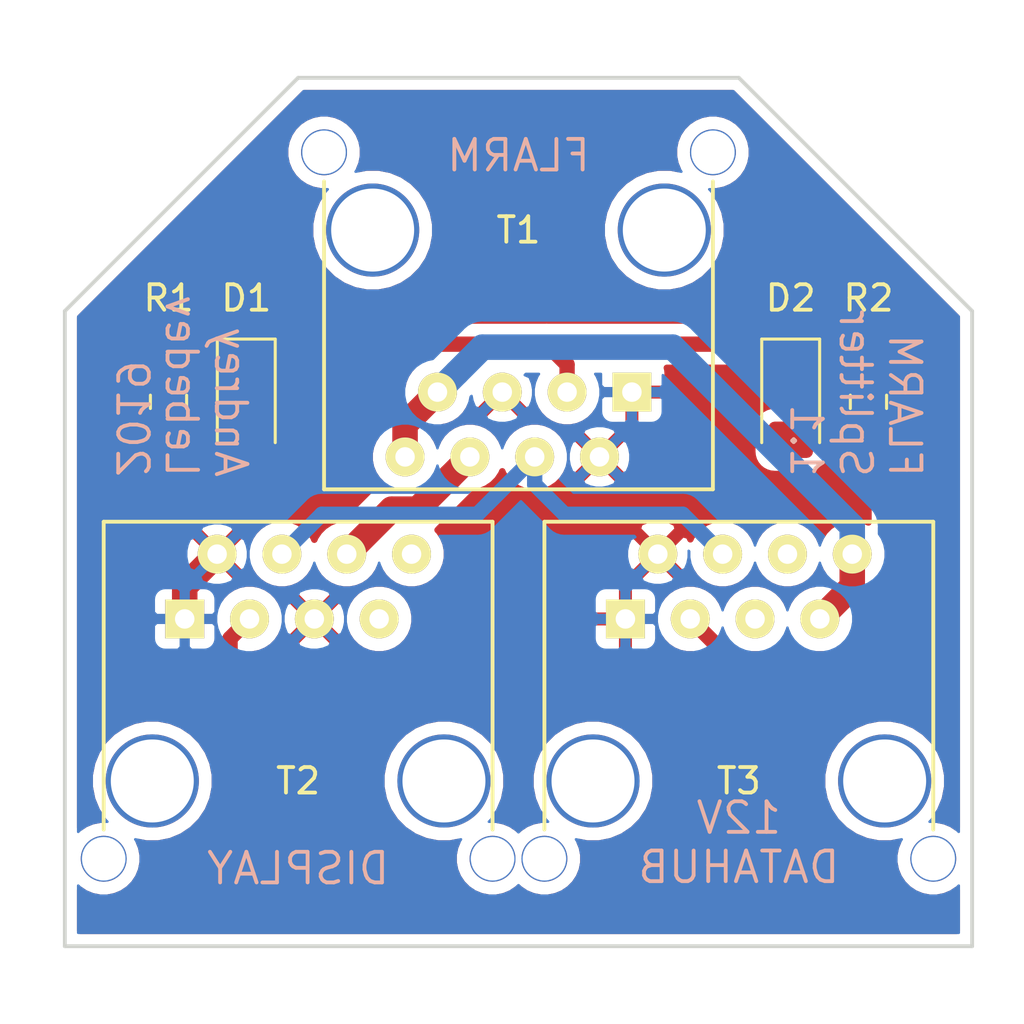
<source format=kicad_pcb>
(kicad_pcb (version 20171130) (host pcbnew 5.1.4+dfsg1-1)

  (general
    (thickness 1.6)
    (drawings 11)
    (tracks 53)
    (zones 0)
    (modules 7)
    (nets 8)
  )

  (page User 200 150.012)
  (title_block
    (title "Flarm Splitter")
    (date 2016-10-20)
    (rev 1.0)
  )

  (layers
    (0 F.Cu signal)
    (31 B.Cu signal)
    (34 B.Paste user)
    (35 F.Paste user)
    (36 B.SilkS user)
    (37 F.SilkS user)
    (38 B.Mask user)
    (39 F.Mask user)
    (40 Dwgs.User user)
    (41 Cmts.User user)
    (42 Eco1.User user)
    (43 Eco2.User user)
    (44 Edge.Cuts user)
    (45 Margin user)
    (46 B.CrtYd user)
    (47 F.CrtYd user)
  )

  (setup
    (last_trace_width 0.6)
    (trace_clearance 0.1)
    (zone_clearance 0.4)
    (zone_45_only no)
    (trace_min 0.2)
    (via_size 0.8)
    (via_drill 0.7)
    (via_min_size 0.8)
    (via_min_drill 0.3)
    (uvia_size 0.3)
    (uvia_drill 0.1)
    (uvias_allowed no)
    (uvia_min_size 0.2)
    (uvia_min_drill 0.1)
    (edge_width 0.15)
    (segment_width 0.2)
    (pcb_text_width 0.3)
    (pcb_text_size 1.5 1.5)
    (mod_edge_width 0.15)
    (mod_text_size 1 1)
    (mod_text_width 0.15)
    (pad_size 1.524 1.524)
    (pad_drill 0.762)
    (pad_to_mask_clearance 0.2)
    (aux_axis_origin 0 0)
    (visible_elements FFFFFF7F)
    (pcbplotparams
      (layerselection 0x010fc_ffffffff)
      (usegerberextensions true)
      (usegerberattributes false)
      (usegerberadvancedattributes false)
      (creategerberjobfile false)
      (excludeedgelayer false)
      (linewidth 0.100000)
      (plotframeref false)
      (viasonmask false)
      (mode 1)
      (useauxorigin false)
      (hpglpennumber 1)
      (hpglpenspeed 20)
      (hpglpendiameter 15.000000)
      (psnegative false)
      (psa4output false)
      (plotreference true)
      (plotvalue true)
      (plotinvisibletext false)
      (padsonsilk false)
      (subtractmaskfromsilk false)
      (outputformat 1)
      (mirror false)
      (drillshape 0)
      (scaleselection 1)
      (outputdirectory "gerber/"))
  )

  (net 0 "")
  (net 1 12V)
  (net 2 3V)
  (net 3 GND)
  (net 4 "Net-(D1-Pad2)")
  (net 5 "Net-(D1-Pad1)")
  (net 6 "Net-(D2-Pad2)")
  (net 7 "Net-(T1-Pad4)")

  (net_class Default "This is the default net class."
    (clearance 0.1)
    (trace_width 0.6)
    (via_dia 0.8)
    (via_drill 0.7)
    (uvia_dia 0.3)
    (uvia_drill 0.1)
    (add_net "Net-(D1-Pad1)")
    (add_net "Net-(D1-Pad2)")
    (add_net "Net-(D2-Pad2)")
    (add_net "Net-(T1-Pad4)")
  )

  (net_class Power ""
    (clearance 0.5)
    (trace_width 1)
    (via_dia 1.5)
    (via_drill 0.7)
    (uvia_dia 0.3)
    (uvia_drill 0.1)
    (add_net 12V)
    (add_net 3V)
    (add_net GND)
  )

  (module flarmsplit:RJ45_SOCKET_SHLD (layer F.Cu) (tedit 5DA4B40E) (tstamp 5DC973E0)
    (at 90.424 81.915)
    (tags RJ45)
    (path /580E3A40)
    (fp_text reference T2 (at 0 0) (layer F.SilkS)
      (effects (font (size 1 1) (thickness 0.15)))
    )
    (fp_text value DISPLAY (at 0 -3.5) (layer F.Fab)
      (effects (font (size 1 1) (thickness 0.15)))
    )
    (fp_line (start -7.62 -10.16) (end -7.62 1.905) (layer F.SilkS) (width 0.15))
    (fp_line (start 7.62 -10.16) (end -7.62 -10.16) (layer F.SilkS) (width 0.15))
    (fp_line (start 7.62 1.905) (end 7.62 -10.16) (layer F.SilkS) (width 0.15))
    (pad SH thru_hole circle (at 7.62 3.048) (size 1.8 1.8) (drill 1.7) (layers *.Cu *.Mask))
    (pad SH thru_hole circle (at -7.62 3.048) (size 1.8 1.8) (drill 1.7) (layers *.Cu *.Mask))
    (pad 8 thru_hole circle (at 4.445 -8.89) (size 1.524 1.524) (drill 0.762) (layers *.Cu *.Mask F.SilkS))
    (pad 7 thru_hole circle (at 3.175 -6.35) (size 1.524 1.524) (drill 0.762) (layers *.Cu *.Mask F.SilkS))
    (pad 6 thru_hole circle (at 1.905 -8.89) (size 1.524 1.524) (drill 0.762) (layers *.Cu *.Mask F.SilkS)
      (net 2 3V))
    (pad 5 thru_hole circle (at 0.635 -6.35) (size 1.524 1.524) (drill 0.762) (layers *.Cu *.Mask F.SilkS)
      (net 3 GND))
    (pad 4 thru_hole circle (at -0.635 -8.89) (size 1.524 1.524) (drill 0.762) (layers *.Cu *.Mask F.SilkS)
      (net 7 "Net-(T1-Pad4)"))
    (pad 3 thru_hole circle (at -1.905 -6.35) (size 1.524 1.524) (drill 0.762) (layers *.Cu *.Mask F.SilkS)
      (net 4 "Net-(D1-Pad2)"))
    (pad 2 thru_hole circle (at -3.175 -8.89) (size 1.524 1.524) (drill 0.762) (layers *.Cu *.Mask F.SilkS)
      (net 3 GND))
    (pad 1 thru_hole rect (at -4.445 -6.35) (size 1.524 1.524) (drill 0.762) (layers *.Cu *.Mask F.SilkS)
      (net 3 GND))
    (pad "" np_thru_hole circle (at -5.715 0) (size 3.64998 3.64998) (drill 3.2512) (layers *.Cu *.Mask))
    (pad "" np_thru_hole circle (at 5.715 0) (size 3.64998 3.64998) (drill 3.2512) (layers *.Cu *.Mask))
    (model Connect.3dshapes/RJ45_8.wrl
      (at (xyz 0 0 0))
      (scale (xyz 0.4 0.4 0.4))
      (rotate (xyz 0 0 0))
    )
  )

  (module flarmsplit:RJ45_SOCKET_SHLD (layer F.Cu) (tedit 5DA4B40E) (tstamp 580E42A8)
    (at 107.696 81.915)
    (tags RJ45)
    (path /580E3B03)
    (fp_text reference T3 (at 0 0) (layer F.SilkS)
      (effects (font (size 1 1) (thickness 0.15)))
    )
    (fp_text value DATAHUB (at 0 -3.5) (layer F.Fab)
      (effects (font (size 1 1) (thickness 0.15)))
    )
    (fp_line (start -7.62 -10.16) (end -7.62 1.905) (layer F.SilkS) (width 0.15))
    (fp_line (start 7.62 -10.16) (end -7.62 -10.16) (layer F.SilkS) (width 0.15))
    (fp_line (start 7.62 1.905) (end 7.62 -10.16) (layer F.SilkS) (width 0.15))
    (pad SH thru_hole circle (at 7.62 3.048) (size 1.8 1.8) (drill 1.7) (layers *.Cu *.Mask))
    (pad SH thru_hole circle (at -7.62 3.048) (size 1.8 1.8) (drill 1.7) (layers *.Cu *.Mask))
    (pad 8 thru_hole circle (at 4.445 -8.89) (size 1.524 1.524) (drill 0.762) (layers *.Cu *.Mask F.SilkS)
      (net 1 12V))
    (pad 7 thru_hole circle (at 3.175 -6.35) (size 1.524 1.524) (drill 0.762) (layers *.Cu *.Mask F.SilkS)
      (net 1 12V))
    (pad 6 thru_hole circle (at 1.905 -8.89) (size 1.524 1.524) (drill 0.762) (layers *.Cu *.Mask F.SilkS))
    (pad 5 thru_hole circle (at 0.635 -6.35) (size 1.524 1.524) (drill 0.762) (layers *.Cu *.Mask F.SilkS))
    (pad 4 thru_hole circle (at -0.635 -8.89) (size 1.524 1.524) (drill 0.762) (layers *.Cu *.Mask F.SilkS)
      (net 7 "Net-(T1-Pad4)"))
    (pad 3 thru_hole circle (at -1.905 -6.35) (size 1.524 1.524) (drill 0.762) (layers *.Cu *.Mask F.SilkS)
      (net 6 "Net-(D2-Pad2)"))
    (pad 2 thru_hole circle (at -3.175 -8.89) (size 1.524 1.524) (drill 0.762) (layers *.Cu *.Mask F.SilkS)
      (net 3 GND))
    (pad 1 thru_hole rect (at -4.445 -6.35) (size 1.524 1.524) (drill 0.762) (layers *.Cu *.Mask F.SilkS)
      (net 3 GND))
    (pad "" np_thru_hole circle (at -5.715 0) (size 3.64998 3.64998) (drill 3.2512) (layers *.Cu *.Mask))
    (pad "" np_thru_hole circle (at 5.715 0) (size 3.64998 3.64998) (drill 3.2512) (layers *.Cu *.Mask))
    (model Connect.3dshapes/RJ45_8.wrl
      (at (xyz 0 0 0))
      (scale (xyz 0.4 0.4 0.4))
      (rotate (xyz 0 0 0))
    )
  )

  (module flarmsplit:RJ45_SOCKET_SHLD (layer F.Cu) (tedit 5DA4B40E) (tstamp 5808D9B6)
    (at 99.06 60.325 180)
    (tags RJ45)
    (path /581D11AB)
    (fp_text reference T1 (at 0 0) (layer F.SilkS)
      (effects (font (size 1 1) (thickness 0.15)))
    )
    (fp_text value FLARM (at 0 -3.5) (layer F.Fab)
      (effects (font (size 1 1) (thickness 0.15)))
    )
    (fp_line (start -7.62 -10.16) (end -7.62 1.905) (layer F.SilkS) (width 0.15))
    (fp_line (start 7.62 -10.16) (end -7.62 -10.16) (layer F.SilkS) (width 0.15))
    (fp_line (start 7.62 1.905) (end 7.62 -10.16) (layer F.SilkS) (width 0.15))
    (pad SH thru_hole circle (at 7.62 3.048 180) (size 1.8 1.8) (drill 1.7) (layers *.Cu *.Mask))
    (pad SH thru_hole circle (at -7.62 3.048 180) (size 1.8 1.8) (drill 1.7) (layers *.Cu *.Mask))
    (pad 8 thru_hole circle (at 4.445 -8.89 180) (size 1.524 1.524) (drill 0.762) (layers *.Cu *.Mask F.SilkS)
      (net 1 12V))
    (pad 7 thru_hole circle (at 3.175 -6.35 180) (size 1.524 1.524) (drill 0.762) (layers *.Cu *.Mask F.SilkS)
      (net 1 12V))
    (pad 6 thru_hole circle (at 1.905 -8.89 180) (size 1.524 1.524) (drill 0.762) (layers *.Cu *.Mask F.SilkS)
      (net 2 3V))
    (pad 5 thru_hole circle (at 0.635 -6.35 180) (size 1.524 1.524) (drill 0.762) (layers *.Cu *.Mask F.SilkS)
      (net 3 GND))
    (pad 4 thru_hole circle (at -0.635 -8.89 180) (size 1.524 1.524) (drill 0.762) (layers *.Cu *.Mask F.SilkS)
      (net 7 "Net-(T1-Pad4)"))
    (pad 3 thru_hole circle (at -1.905 -6.35 180) (size 1.524 1.524) (drill 0.762) (layers *.Cu *.Mask F.SilkS)
      (net 5 "Net-(D1-Pad1)"))
    (pad 2 thru_hole circle (at -3.175 -8.89 180) (size 1.524 1.524) (drill 0.762) (layers *.Cu *.Mask F.SilkS)
      (net 3 GND))
    (pad 1 thru_hole rect (at -4.445 -6.35 180) (size 1.524 1.524) (drill 0.762) (layers *.Cu *.Mask F.SilkS)
      (net 3 GND))
    (pad "" np_thru_hole circle (at -5.715 0 180) (size 3.64998 3.64998) (drill 3.2512) (layers *.Cu *.Mask))
    (pad "" np_thru_hole circle (at 5.715 0 180) (size 3.64998 3.64998) (drill 3.2512) (layers *.Cu *.Mask))
    (model Connect.3dshapes/RJ45_8.wrl
      (at (xyz 0 0 0))
      (scale (xyz 0.4 0.4 0.4))
      (rotate (xyz 0 0 0))
    )
  )

  (module Resistor_SMD:R_0805_2012Metric_Pad1.15x1.40mm_HandSolder (layer F.Cu) (tedit 5B36C52B) (tstamp 5DC95CC6)
    (at 112.776 67.056 90)
    (descr "Resistor SMD 0805 (2012 Metric), square (rectangular) end terminal, IPC_7351 nominal with elongated pad for handsoldering. (Body size source: https://docs.google.com/spreadsheets/d/1BsfQQcO9C6DZCsRaXUlFlo91Tg2WpOkGARC1WS5S8t0/edit?usp=sharing), generated with kicad-footprint-generator")
    (tags "resistor handsolder")
    (path /5807CEF4)
    (attr smd)
    (fp_text reference R2 (at 4.064 0 180) (layer F.SilkS)
      (effects (font (size 1 1) (thickness 0.15)))
    )
    (fp_text value 10K (at 0 1.65 90) (layer F.Fab)
      (effects (font (size 1 1) (thickness 0.15)))
    )
    (fp_text user %R (at 0 0 90) (layer F.Fab)
      (effects (font (size 0.5 0.5) (thickness 0.08)))
    )
    (fp_line (start 1.85 0.95) (end -1.85 0.95) (layer F.CrtYd) (width 0.05))
    (fp_line (start 1.85 -0.95) (end 1.85 0.95) (layer F.CrtYd) (width 0.05))
    (fp_line (start -1.85 -0.95) (end 1.85 -0.95) (layer F.CrtYd) (width 0.05))
    (fp_line (start -1.85 0.95) (end -1.85 -0.95) (layer F.CrtYd) (width 0.05))
    (fp_line (start -0.261252 0.71) (end 0.261252 0.71) (layer F.SilkS) (width 0.12))
    (fp_line (start -0.261252 -0.71) (end 0.261252 -0.71) (layer F.SilkS) (width 0.12))
    (fp_line (start 1 0.6) (end -1 0.6) (layer F.Fab) (width 0.1))
    (fp_line (start 1 -0.6) (end 1 0.6) (layer F.Fab) (width 0.1))
    (fp_line (start -1 -0.6) (end 1 -0.6) (layer F.Fab) (width 0.1))
    (fp_line (start -1 0.6) (end -1 -0.6) (layer F.Fab) (width 0.1))
    (pad 2 smd roundrect (at 1.025 0 90) (size 1.15 1.4) (layers F.Cu F.Paste F.Mask) (roundrect_rratio 0.217391)
      (net 5 "Net-(D1-Pad1)"))
    (pad 1 smd roundrect (at -1.025 0 90) (size 1.15 1.4) (layers F.Cu F.Paste F.Mask) (roundrect_rratio 0.217391)
      (net 6 "Net-(D2-Pad2)"))
    (model ${KISYS3DMOD}/Resistor_SMD.3dshapes/R_0805_2012Metric.wrl
      (at (xyz 0 0 0))
      (scale (xyz 1 1 1))
      (rotate (xyz 0 0 0))
    )
  )

  (module Resistor_SMD:R_0805_2012Metric_Pad1.15x1.40mm_HandSolder (layer F.Cu) (tedit 5B36C52B) (tstamp 5DC95CF6)
    (at 85.344 67.056 90)
    (descr "Resistor SMD 0805 (2012 Metric), square (rectangular) end terminal, IPC_7351 nominal with elongated pad for handsoldering. (Body size source: https://docs.google.com/spreadsheets/d/1BsfQQcO9C6DZCsRaXUlFlo91Tg2WpOkGARC1WS5S8t0/edit?usp=sharing), generated with kicad-footprint-generator")
    (tags "resistor handsolder")
    (path /5807CF3C)
    (attr smd)
    (fp_text reference R1 (at 4.064 0 180) (layer F.SilkS)
      (effects (font (size 1 1) (thickness 0.15)))
    )
    (fp_text value 10K (at 0 1.65 90) (layer F.Fab)
      (effects (font (size 1 1) (thickness 0.15)))
    )
    (fp_text user %R (at 0 0 90) (layer F.Fab)
      (effects (font (size 0.5 0.5) (thickness 0.08)))
    )
    (fp_line (start 1.85 0.95) (end -1.85 0.95) (layer F.CrtYd) (width 0.05))
    (fp_line (start 1.85 -0.95) (end 1.85 0.95) (layer F.CrtYd) (width 0.05))
    (fp_line (start -1.85 -0.95) (end 1.85 -0.95) (layer F.CrtYd) (width 0.05))
    (fp_line (start -1.85 0.95) (end -1.85 -0.95) (layer F.CrtYd) (width 0.05))
    (fp_line (start -0.261252 0.71) (end 0.261252 0.71) (layer F.SilkS) (width 0.12))
    (fp_line (start -0.261252 -0.71) (end 0.261252 -0.71) (layer F.SilkS) (width 0.12))
    (fp_line (start 1 0.6) (end -1 0.6) (layer F.Fab) (width 0.1))
    (fp_line (start 1 -0.6) (end 1 0.6) (layer F.Fab) (width 0.1))
    (fp_line (start -1 -0.6) (end 1 -0.6) (layer F.Fab) (width 0.1))
    (fp_line (start -1 0.6) (end -1 -0.6) (layer F.Fab) (width 0.1))
    (pad 2 smd roundrect (at 1.025 0 90) (size 1.15 1.4) (layers F.Cu F.Paste F.Mask) (roundrect_rratio 0.217391)
      (net 5 "Net-(D1-Pad1)"))
    (pad 1 smd roundrect (at -1.025 0 90) (size 1.15 1.4) (layers F.Cu F.Paste F.Mask) (roundrect_rratio 0.217391)
      (net 4 "Net-(D1-Pad2)"))
    (model ${KISYS3DMOD}/Resistor_SMD.3dshapes/R_0805_2012Metric.wrl
      (at (xyz 0 0 0))
      (scale (xyz 1 1 1))
      (rotate (xyz 0 0 0))
    )
  )

  (module Diode_SMD:D_1206_3216Metric_Pad1.42x1.75mm_HandSolder (layer F.Cu) (tedit 5B4B45C8) (tstamp 5DC95D37)
    (at 109.728 67.056 270)
    (descr "Diode SMD 1206 (3216 Metric), square (rectangular) end terminal, IPC_7351 nominal, (Body size source: http://www.tortai-tech.com/upload/download/2011102023233369053.pdf), generated with kicad-footprint-generator")
    (tags "diode handsolder")
    (path /5807CEAF)
    (attr smd)
    (fp_text reference D2 (at -4.064 0 180) (layer F.SilkS)
      (effects (font (size 1 1) (thickness 0.15)))
    )
    (fp_text value D (at 0 1.82 90) (layer F.Fab)
      (effects (font (size 1 1) (thickness 0.15)))
    )
    (fp_text user %R (at 0 0 90) (layer F.Fab)
      (effects (font (size 0.8 0.8) (thickness 0.12)))
    )
    (fp_line (start 2.45 1.12) (end -2.45 1.12) (layer F.CrtYd) (width 0.05))
    (fp_line (start 2.45 -1.12) (end 2.45 1.12) (layer F.CrtYd) (width 0.05))
    (fp_line (start -2.45 -1.12) (end 2.45 -1.12) (layer F.CrtYd) (width 0.05))
    (fp_line (start -2.45 1.12) (end -2.45 -1.12) (layer F.CrtYd) (width 0.05))
    (fp_line (start -2.46 1.135) (end 1.6 1.135) (layer F.SilkS) (width 0.12))
    (fp_line (start -2.46 -1.135) (end -2.46 1.135) (layer F.SilkS) (width 0.12))
    (fp_line (start 1.6 -1.135) (end -2.46 -1.135) (layer F.SilkS) (width 0.12))
    (fp_line (start 1.6 0.8) (end 1.6 -0.8) (layer F.Fab) (width 0.1))
    (fp_line (start -1.6 0.8) (end 1.6 0.8) (layer F.Fab) (width 0.1))
    (fp_line (start -1.6 -0.4) (end -1.6 0.8) (layer F.Fab) (width 0.1))
    (fp_line (start -1.2 -0.8) (end -1.6 -0.4) (layer F.Fab) (width 0.1))
    (fp_line (start 1.6 -0.8) (end -1.2 -0.8) (layer F.Fab) (width 0.1))
    (pad 2 smd roundrect (at 1.4875 0 270) (size 1.425 1.75) (layers F.Cu F.Paste F.Mask) (roundrect_rratio 0.175439)
      (net 6 "Net-(D2-Pad2)"))
    (pad 1 smd roundrect (at -1.4875 0 270) (size 1.425 1.75) (layers F.Cu F.Paste F.Mask) (roundrect_rratio 0.175439)
      (net 5 "Net-(D1-Pad1)"))
    (model ${KISYS3DMOD}/Diode_SMD.3dshapes/D_1206_3216Metric.wrl
      (at (xyz 0 0 0))
      (scale (xyz 1 1 1))
      (rotate (xyz 0 0 0))
    )
  )

  (module Diode_SMD:D_1206_3216Metric_Pad1.42x1.75mm_HandSolder (layer F.Cu) (tedit 5B4B45C8) (tstamp 5DC95C92)
    (at 88.392 67.056 270)
    (descr "Diode SMD 1206 (3216 Metric), square (rectangular) end terminal, IPC_7351 nominal, (Body size source: http://www.tortai-tech.com/upload/download/2011102023233369053.pdf), generated with kicad-footprint-generator")
    (tags "diode handsolder")
    (path /5807CE5A)
    (attr smd)
    (fp_text reference D1 (at -4.064 0 180) (layer F.SilkS)
      (effects (font (size 1 1) (thickness 0.15)))
    )
    (fp_text value D (at 0 1.82 90) (layer F.Fab)
      (effects (font (size 1 1) (thickness 0.15)))
    )
    (fp_text user %R (at 0 0 90) (layer F.Fab)
      (effects (font (size 0.8 0.8) (thickness 0.12)))
    )
    (fp_line (start 2.45 1.12) (end -2.45 1.12) (layer F.CrtYd) (width 0.05))
    (fp_line (start 2.45 -1.12) (end 2.45 1.12) (layer F.CrtYd) (width 0.05))
    (fp_line (start -2.45 -1.12) (end 2.45 -1.12) (layer F.CrtYd) (width 0.05))
    (fp_line (start -2.45 1.12) (end -2.45 -1.12) (layer F.CrtYd) (width 0.05))
    (fp_line (start -2.46 1.135) (end 1.6 1.135) (layer F.SilkS) (width 0.12))
    (fp_line (start -2.46 -1.135) (end -2.46 1.135) (layer F.SilkS) (width 0.12))
    (fp_line (start 1.6 -1.135) (end -2.46 -1.135) (layer F.SilkS) (width 0.12))
    (fp_line (start 1.6 0.8) (end 1.6 -0.8) (layer F.Fab) (width 0.1))
    (fp_line (start -1.6 0.8) (end 1.6 0.8) (layer F.Fab) (width 0.1))
    (fp_line (start -1.6 -0.4) (end -1.6 0.8) (layer F.Fab) (width 0.1))
    (fp_line (start -1.2 -0.8) (end -1.6 -0.4) (layer F.Fab) (width 0.1))
    (fp_line (start 1.6 -0.8) (end -1.2 -0.8) (layer F.Fab) (width 0.1))
    (pad 2 smd roundrect (at 1.4875 0 270) (size 1.425 1.75) (layers F.Cu F.Paste F.Mask) (roundrect_rratio 0.175439)
      (net 4 "Net-(D1-Pad2)"))
    (pad 1 smd roundrect (at -1.4875 0 270) (size 1.425 1.75) (layers F.Cu F.Paste F.Mask) (roundrect_rratio 0.175439)
      (net 5 "Net-(D1-Pad1)"))
    (model ${KISYS3DMOD}/Diode_SMD.3dshapes/D_1206_3216Metric.wrl
      (at (xyz 0 0 0))
      (scale (xyz 1 1 1))
      (rotate (xyz 0 0 0))
    )
  )

  (gr_text "Andrey\nLebedev\n2019" (at 85.852 70.104 270) (layer B.SilkS)
    (effects (font (size 1.2 1.2) (thickness 0.15)) (justify left mirror))
  )
  (gr_text "FLARM\nSplitter\n1.1" (at 112.268 70.104 270) (layer B.SilkS)
    (effects (font (size 1.2 1.2) (thickness 0.15)) (justify left mirror))
  )
  (gr_text "12V\nDATAHUB" (at 107.696 84.328) (layer B.SilkS)
    (effects (font (size 1.2 1.2) (thickness 0.15)) (justify mirror))
  )
  (gr_text DISPLAY (at 90.424 85.344) (layer B.SilkS)
    (effects (font (size 1.2 1.2) (thickness 0.15)) (justify mirror))
  )
  (gr_text FLARM (at 99.06 57.404) (layer B.SilkS)
    (effects (font (size 1.2 1.2) (thickness 0.15)) (justify mirror))
  )
  (gr_line (start 116.84 63.5) (end 107.696 54.356) (layer Edge.Cuts) (width 0.15) (tstamp 5DC95EF9))
  (gr_line (start 90.424 54.356) (end 81.28 63.5) (layer Edge.Cuts) (width 0.15))
  (gr_line (start 81.28 63.5) (end 81.28 88.392) (angle 90) (layer Edge.Cuts) (width 0.15))
  (gr_line (start 116.84 88.392) (end 116.84 63.5) (angle 90) (layer Edge.Cuts) (width 0.15))
  (gr_line (start 116.84 88.392) (end 81.28 88.392) (angle 90) (layer Edge.Cuts) (width 0.15))
  (gr_line (start 90.424 54.356) (end 107.696 54.356) (angle 90) (layer Edge.Cuts) (width 0.15))

  (segment (start 112.141 74.295) (end 110.871 75.565) (width 1) (layer F.Cu) (net 1))
  (segment (start 112.141 73.025) (end 112.141 74.295) (width 1) (layer F.Cu) (net 1))
  (segment (start 94.615 67.945) (end 95.885 66.675) (width 1) (layer F.Cu) (net 1))
  (segment (start 94.615 69.215) (end 94.615 67.945) (width 1) (layer F.Cu) (net 1))
  (segment (start 96.646999 65.913001) (end 95.885 66.675) (width 1) (layer B.Cu) (net 1))
  (segment (start 105.106629 64.912999) (end 97.647001 64.912999) (width 1) (layer B.Cu) (net 1))
  (segment (start 112.141 71.94737) (end 105.106629 64.912999) (width 1) (layer B.Cu) (net 1))
  (segment (start 97.647001 64.912999) (end 96.646999 65.913001) (width 1) (layer B.Cu) (net 1))
  (segment (start 112.141 73.025) (end 112.141 71.94737) (width 1) (layer B.Cu) (net 1))
  (segment (start 96.393001 69.976999) (end 97.155 69.215) (width 1) (layer F.Cu) (net 2))
  (segment (start 94.091001 71.262999) (end 95.107001 71.262999) (width 1) (layer F.Cu) (net 2))
  (segment (start 95.107001 71.262999) (end 96.393001 69.976999) (width 1) (layer F.Cu) (net 2))
  (segment (start 92.329 73.025) (end 94.091001 71.262999) (width 1) (layer F.Cu) (net 2))
  (segment (start 85.979 74.295) (end 87.249 73.025) (width 1) (layer F.Cu) (net 3))
  (segment (start 85.979 75.565) (end 85.979 74.295) (width 1) (layer F.Cu) (net 3))
  (segment (start 87.9295 68.081) (end 88.392 68.5435) (width 0.6) (layer F.Cu) (net 4))
  (segment (start 85.344 68.081) (end 87.9295 68.081) (width 0.6) (layer F.Cu) (net 4))
  (segment (start 84.720628 68.704372) (end 85.344 68.081) (width 0.6) (layer F.Cu) (net 4))
  (segment (start 84.416999 69.008001) (end 84.720628 68.704372) (width 0.6) (layer F.Cu) (net 4))
  (segment (start 84.416999 76.967001) (end 84.416999 69.008001) (width 0.6) (layer F.Cu) (net 4))
  (segment (start 84.576999 77.127001) (end 84.416999 76.967001) (width 0.6) (layer F.Cu) (net 4))
  (segment (start 87.381001 77.127001) (end 84.576999 77.127001) (width 0.6) (layer F.Cu) (net 4))
  (segment (start 87.757001 76.751001) (end 87.381001 77.127001) (width 0.6) (layer F.Cu) (net 4))
  (segment (start 87.757001 76.326999) (end 87.757001 76.751001) (width 0.6) (layer F.Cu) (net 4))
  (segment (start 88.519 75.565) (end 87.757001 76.326999) (width 0.6) (layer F.Cu) (net 4))
  (segment (start 87.9295 66.031) (end 88.392 65.5685) (width 0.6) (layer F.Cu) (net 5))
  (segment (start 85.344 66.031) (end 87.9295 66.031) (width 0.6) (layer F.Cu) (net 5))
  (segment (start 112.3135 65.5685) (end 112.776 66.031) (width 0.6) (layer F.Cu) (net 5))
  (segment (start 109.728 65.5685) (end 112.3135 65.5685) (width 0.6) (layer F.Cu) (net 5))
  (segment (start 89.163347 64.797153) (end 88.392 65.5685) (width 0.6) (layer F.Cu) (net 5))
  (segment (start 109.728 65.5685) (end 108.956653 64.797153) (width 0.6) (layer F.Cu) (net 5))
  (segment (start 100.965 65.59737) (end 100.164783 64.797153) (width 0.6) (layer F.Cu) (net 5))
  (segment (start 100.164783 64.797153) (end 99.794847 64.797153) (width 0.6) (layer F.Cu) (net 5))
  (segment (start 100.965 66.675) (end 100.965 65.59737) (width 0.6) (layer F.Cu) (net 5))
  (segment (start 108.956653 64.797153) (end 99.794847 64.797153) (width 0.6) (layer F.Cu) (net 5))
  (segment (start 99.794847 64.797153) (end 89.163347 64.797153) (width 0.6) (layer F.Cu) (net 5))
  (segment (start 112.3135 68.5435) (end 112.776 68.081) (width 0.6) (layer F.Cu) (net 6))
  (segment (start 109.728 68.5435) (end 112.3135 68.5435) (width 0.6) (layer F.Cu) (net 6))
  (segment (start 113.703001 69.008001) (end 113.399372 68.704372) (width 0.6) (layer F.Cu) (net 6))
  (segment (start 113.703001 75.044761) (end 113.703001 69.008001) (width 0.6) (layer F.Cu) (net 6))
  (segment (start 111.620761 77.127001) (end 113.703001 75.044761) (width 0.6) (layer F.Cu) (net 6))
  (segment (start 107.353001 77.127001) (end 111.620761 77.127001) (width 0.6) (layer F.Cu) (net 6))
  (segment (start 113.399372 68.704372) (end 112.776 68.081) (width 0.6) (layer F.Cu) (net 6))
  (segment (start 105.791 75.565) (end 107.353001 77.127001) (width 0.6) (layer F.Cu) (net 6))
  (segment (start 97.447001 71.462999) (end 98.933001 69.976999) (width 0.6) (layer B.Cu) (net 7))
  (segment (start 91.351001 71.462999) (end 97.447001 71.462999) (width 0.6) (layer B.Cu) (net 7))
  (segment (start 98.933001 69.976999) (end 99.695 69.215) (width 0.6) (layer B.Cu) (net 7))
  (segment (start 89.789 73.025) (end 91.351001 71.462999) (width 0.6) (layer B.Cu) (net 7))
  (segment (start 106.299001 72.263001) (end 107.061 73.025) (width 0.6) (layer B.Cu) (net 7))
  (segment (start 105.498999 71.462999) (end 106.299001 72.263001) (width 0.6) (layer B.Cu) (net 7))
  (segment (start 100.865369 71.462999) (end 105.498999 71.462999) (width 0.6) (layer B.Cu) (net 7))
  (segment (start 99.695 70.29263) (end 100.865369 71.462999) (width 0.6) (layer B.Cu) (net 7))
  (segment (start 99.695 69.215) (end 99.695 70.29263) (width 0.6) (layer B.Cu) (net 7))

  (zone (net 3) (net_name GND) (layer B.Cu) (tstamp 5DC97B31) (hatch edge 0.508)
    (connect_pads (clearance 0.4))
    (min_thickness 0.1)
    (fill yes (arc_segments 16) (thermal_gap 0.4) (thermal_bridge_width 0.4))
    (polygon
      (pts
        (xy 118.4275 90.424) (xy 79.6925 90.424) (xy 79.502 52.324) (xy 118.237 52.832) (xy 118.11 79.375)
      )
    )
    (filled_polygon
      (pts
        (xy 116.315001 63.717464) (xy 116.315 83.91139) (xy 116.240321 83.836711) (xy 116.002833 83.678027) (xy 115.738949 83.568723)
        (xy 115.458813 83.513) (xy 115.173187 83.513) (xy 115.171386 83.513358) (xy 115.255776 83.428968) (xy 115.515689 83.03998)
        (xy 115.694721 82.607759) (xy 115.78599 82.148916) (xy 115.78599 81.681084) (xy 115.694721 81.222241) (xy 115.515689 80.79002)
        (xy 115.255776 80.401032) (xy 114.924968 80.070224) (xy 114.53598 79.810311) (xy 114.103759 79.631279) (xy 113.644916 79.54001)
        (xy 113.177084 79.54001) (xy 112.718241 79.631279) (xy 112.28602 79.810311) (xy 111.897032 80.070224) (xy 111.566224 80.401032)
        (xy 111.306311 80.79002) (xy 111.127279 81.222241) (xy 111.03601 81.681084) (xy 111.03601 82.148916) (xy 111.127279 82.607759)
        (xy 111.306311 83.03998) (xy 111.566224 83.428968) (xy 111.897032 83.759776) (xy 112.28602 84.019689) (xy 112.718241 84.198721)
        (xy 113.177084 84.28999) (xy 113.644916 84.28999) (xy 114.079558 84.203535) (xy 114.031027 84.276167) (xy 113.921723 84.540051)
        (xy 113.866 84.820187) (xy 113.866 85.105813) (xy 113.921723 85.385949) (xy 114.031027 85.649833) (xy 114.189711 85.887321)
        (xy 114.391679 86.089289) (xy 114.629167 86.247973) (xy 114.893051 86.357277) (xy 115.173187 86.413) (xy 115.458813 86.413)
        (xy 115.738949 86.357277) (xy 116.002833 86.247973) (xy 116.240321 86.089289) (xy 116.315 86.01461) (xy 116.315 87.867)
        (xy 81.805 87.867) (xy 81.805 86.01461) (xy 81.879679 86.089289) (xy 82.117167 86.247973) (xy 82.381051 86.357277)
        (xy 82.661187 86.413) (xy 82.946813 86.413) (xy 83.226949 86.357277) (xy 83.490833 86.247973) (xy 83.728321 86.089289)
        (xy 83.930289 85.887321) (xy 84.088973 85.649833) (xy 84.198277 85.385949) (xy 84.254 85.105813) (xy 84.254 84.820187)
        (xy 84.198277 84.540051) (xy 84.088973 84.276167) (xy 84.040442 84.203535) (xy 84.475084 84.28999) (xy 84.942916 84.28999)
        (xy 85.401759 84.198721) (xy 85.83398 84.019689) (xy 86.222968 83.759776) (xy 86.553776 83.428968) (xy 86.813689 83.03998)
        (xy 86.992721 82.607759) (xy 87.08399 82.148916) (xy 87.08399 81.681084) (xy 93.76401 81.681084) (xy 93.76401 82.148916)
        (xy 93.855279 82.607759) (xy 94.034311 83.03998) (xy 94.294224 83.428968) (xy 94.625032 83.759776) (xy 95.01402 84.019689)
        (xy 95.446241 84.198721) (xy 95.905084 84.28999) (xy 96.372916 84.28999) (xy 96.807558 84.203535) (xy 96.759027 84.276167)
        (xy 96.649723 84.540051) (xy 96.594 84.820187) (xy 96.594 85.105813) (xy 96.649723 85.385949) (xy 96.759027 85.649833)
        (xy 96.917711 85.887321) (xy 97.119679 86.089289) (xy 97.357167 86.247973) (xy 97.621051 86.357277) (xy 97.901187 86.413)
        (xy 98.186813 86.413) (xy 98.466949 86.357277) (xy 98.730833 86.247973) (xy 98.968321 86.089289) (xy 99.06 85.99761)
        (xy 99.151679 86.089289) (xy 99.389167 86.247973) (xy 99.653051 86.357277) (xy 99.933187 86.413) (xy 100.218813 86.413)
        (xy 100.498949 86.357277) (xy 100.762833 86.247973) (xy 101.000321 86.089289) (xy 101.202289 85.887321) (xy 101.360973 85.649833)
        (xy 101.470277 85.385949) (xy 101.526 85.105813) (xy 101.526 84.820187) (xy 101.470277 84.540051) (xy 101.360973 84.276167)
        (xy 101.312442 84.203535) (xy 101.747084 84.28999) (xy 102.214916 84.28999) (xy 102.673759 84.198721) (xy 103.10598 84.019689)
        (xy 103.494968 83.759776) (xy 103.825776 83.428968) (xy 104.085689 83.03998) (xy 104.264721 82.607759) (xy 104.35599 82.148916)
        (xy 104.35599 81.681084) (xy 104.264721 81.222241) (xy 104.085689 80.79002) (xy 103.825776 80.401032) (xy 103.494968 80.070224)
        (xy 103.10598 79.810311) (xy 102.673759 79.631279) (xy 102.214916 79.54001) (xy 101.747084 79.54001) (xy 101.288241 79.631279)
        (xy 100.85602 79.810311) (xy 100.467032 80.070224) (xy 100.136224 80.401032) (xy 99.876311 80.79002) (xy 99.697279 81.222241)
        (xy 99.60601 81.681084) (xy 99.60601 82.148916) (xy 99.697279 82.607759) (xy 99.876311 83.03998) (xy 100.136224 83.428968)
        (xy 100.220614 83.513358) (xy 100.218813 83.513) (xy 99.933187 83.513) (xy 99.653051 83.568723) (xy 99.389167 83.678027)
        (xy 99.151679 83.836711) (xy 99.06 83.92839) (xy 98.968321 83.836711) (xy 98.730833 83.678027) (xy 98.466949 83.568723)
        (xy 98.186813 83.513) (xy 97.901187 83.513) (xy 97.899386 83.513358) (xy 97.983776 83.428968) (xy 98.243689 83.03998)
        (xy 98.422721 82.607759) (xy 98.51399 82.148916) (xy 98.51399 81.681084) (xy 98.422721 81.222241) (xy 98.243689 80.79002)
        (xy 97.983776 80.401032) (xy 97.652968 80.070224) (xy 97.26398 79.810311) (xy 96.831759 79.631279) (xy 96.372916 79.54001)
        (xy 95.905084 79.54001) (xy 95.446241 79.631279) (xy 95.01402 79.810311) (xy 94.625032 80.070224) (xy 94.294224 80.401032)
        (xy 94.034311 80.79002) (xy 93.855279 81.222241) (xy 93.76401 81.681084) (xy 87.08399 81.681084) (xy 86.992721 81.222241)
        (xy 86.813689 80.79002) (xy 86.553776 80.401032) (xy 86.222968 80.070224) (xy 85.83398 79.810311) (xy 85.401759 79.631279)
        (xy 84.942916 79.54001) (xy 84.475084 79.54001) (xy 84.016241 79.631279) (xy 83.58402 79.810311) (xy 83.195032 80.070224)
        (xy 82.864224 80.401032) (xy 82.604311 80.79002) (xy 82.425279 81.222241) (xy 82.33401 81.681084) (xy 82.33401 82.148916)
        (xy 82.425279 82.607759) (xy 82.604311 83.03998) (xy 82.864224 83.428968) (xy 82.948614 83.513358) (xy 82.946813 83.513)
        (xy 82.661187 83.513) (xy 82.381051 83.568723) (xy 82.117167 83.678027) (xy 81.879679 83.836711) (xy 81.805 83.91139)
        (xy 81.805 76.327) (xy 84.764823 76.327) (xy 84.773511 76.415215) (xy 84.799243 76.500041) (xy 84.841029 76.578216)
        (xy 84.897263 76.646737) (xy 84.965784 76.702971) (xy 85.043959 76.744757) (xy 85.128785 76.770489) (xy 85.217 76.779177)
        (xy 85.7165 76.777) (xy 85.829 76.6645) (xy 85.829 75.715) (xy 86.129 75.715) (xy 86.129 76.6645)
        (xy 86.2415 76.777) (xy 86.741 76.779177) (xy 86.829215 76.770489) (xy 86.914041 76.744757) (xy 86.992216 76.702971)
        (xy 87.060737 76.646737) (xy 87.116971 76.578216) (xy 87.158757 76.500041) (xy 87.184489 76.415215) (xy 87.193177 76.327)
        (xy 87.191 75.8275) (xy 87.0785 75.715) (xy 86.129 75.715) (xy 85.829 75.715) (xy 84.8795 75.715)
        (xy 84.767 75.8275) (xy 84.764823 76.327) (xy 81.805 76.327) (xy 81.805 75.435779) (xy 87.207 75.435779)
        (xy 87.207 75.694221) (xy 87.25742 75.947696) (xy 87.356321 76.186465) (xy 87.499903 76.401351) (xy 87.682649 76.584097)
        (xy 87.897535 76.727679) (xy 88.136304 76.82658) (xy 88.389779 76.877) (xy 88.648221 76.877) (xy 88.901696 76.82658)
        (xy 89.140465 76.727679) (xy 89.355351 76.584097) (xy 89.494002 76.445446) (xy 90.390686 76.445446) (xy 90.469961 76.630939)
        (xy 90.689233 76.725373) (xy 90.922716 76.775214) (xy 91.161436 76.778548) (xy 91.396219 76.735246) (xy 91.618044 76.646972)
        (xy 91.648039 76.630939) (xy 91.727314 76.445446) (xy 91.059 75.777132) (xy 90.390686 76.445446) (xy 89.494002 76.445446)
        (xy 89.538097 76.401351) (xy 89.681679 76.186465) (xy 89.78058 75.947696) (xy 89.831 75.694221) (xy 89.831 75.667436)
        (xy 89.845452 75.667436) (xy 89.888754 75.902219) (xy 89.977028 76.124044) (xy 89.993061 76.154039) (xy 90.178554 76.233314)
        (xy 90.846868 75.565) (xy 91.271132 75.565) (xy 91.939446 76.233314) (xy 92.124939 76.154039) (xy 92.219373 75.934767)
        (xy 92.269214 75.701284) (xy 92.272548 75.462564) (xy 92.267608 75.435779) (xy 92.287 75.435779) (xy 92.287 75.694221)
        (xy 92.33742 75.947696) (xy 92.436321 76.186465) (xy 92.579903 76.401351) (xy 92.762649 76.584097) (xy 92.977535 76.727679)
        (xy 93.216304 76.82658) (xy 93.469779 76.877) (xy 93.728221 76.877) (xy 93.981696 76.82658) (xy 94.220465 76.727679)
        (xy 94.435351 76.584097) (xy 94.618097 76.401351) (xy 94.667776 76.327) (xy 102.036823 76.327) (xy 102.045511 76.415215)
        (xy 102.071243 76.500041) (xy 102.113029 76.578216) (xy 102.169263 76.646737) (xy 102.237784 76.702971) (xy 102.315959 76.744757)
        (xy 102.400785 76.770489) (xy 102.489 76.779177) (xy 102.9885 76.777) (xy 103.101 76.6645) (xy 103.101 75.715)
        (xy 103.401 75.715) (xy 103.401 76.6645) (xy 103.5135 76.777) (xy 104.013 76.779177) (xy 104.101215 76.770489)
        (xy 104.186041 76.744757) (xy 104.264216 76.702971) (xy 104.332737 76.646737) (xy 104.388971 76.578216) (xy 104.430757 76.500041)
        (xy 104.456489 76.415215) (xy 104.465177 76.327) (xy 104.463 75.8275) (xy 104.3505 75.715) (xy 103.401 75.715)
        (xy 103.101 75.715) (xy 102.1515 75.715) (xy 102.039 75.8275) (xy 102.036823 76.327) (xy 94.667776 76.327)
        (xy 94.761679 76.186465) (xy 94.86058 75.947696) (xy 94.911 75.694221) (xy 94.911 75.435779) (xy 104.479 75.435779)
        (xy 104.479 75.694221) (xy 104.52942 75.947696) (xy 104.628321 76.186465) (xy 104.771903 76.401351) (xy 104.954649 76.584097)
        (xy 105.169535 76.727679) (xy 105.408304 76.82658) (xy 105.661779 76.877) (xy 105.920221 76.877) (xy 106.173696 76.82658)
        (xy 106.412465 76.727679) (xy 106.627351 76.584097) (xy 106.810097 76.401351) (xy 106.953679 76.186465) (xy 107.05258 75.947696)
        (xy 107.061 75.905366) (xy 107.06942 75.947696) (xy 107.168321 76.186465) (xy 107.311903 76.401351) (xy 107.494649 76.584097)
        (xy 107.709535 76.727679) (xy 107.948304 76.82658) (xy 108.201779 76.877) (xy 108.460221 76.877) (xy 108.713696 76.82658)
        (xy 108.952465 76.727679) (xy 109.167351 76.584097) (xy 109.350097 76.401351) (xy 109.493679 76.186465) (xy 109.59258 75.947696)
        (xy 109.601 75.905366) (xy 109.60942 75.947696) (xy 109.708321 76.186465) (xy 109.851903 76.401351) (xy 110.034649 76.584097)
        (xy 110.249535 76.727679) (xy 110.488304 76.82658) (xy 110.741779 76.877) (xy 111.000221 76.877) (xy 111.253696 76.82658)
        (xy 111.492465 76.727679) (xy 111.707351 76.584097) (xy 111.890097 76.401351) (xy 112.033679 76.186465) (xy 112.13258 75.947696)
        (xy 112.183 75.694221) (xy 112.183 75.435779) (xy 112.13258 75.182304) (xy 112.033679 74.943535) (xy 111.890097 74.728649)
        (xy 111.707351 74.545903) (xy 111.492465 74.402321) (xy 111.253696 74.30342) (xy 111.000221 74.253) (xy 110.741779 74.253)
        (xy 110.488304 74.30342) (xy 110.249535 74.402321) (xy 110.034649 74.545903) (xy 109.851903 74.728649) (xy 109.708321 74.943535)
        (xy 109.60942 75.182304) (xy 109.601 75.224634) (xy 109.59258 75.182304) (xy 109.493679 74.943535) (xy 109.350097 74.728649)
        (xy 109.167351 74.545903) (xy 108.952465 74.402321) (xy 108.713696 74.30342) (xy 108.460221 74.253) (xy 108.201779 74.253)
        (xy 107.948304 74.30342) (xy 107.709535 74.402321) (xy 107.494649 74.545903) (xy 107.311903 74.728649) (xy 107.168321 74.943535)
        (xy 107.06942 75.182304) (xy 107.061 75.224634) (xy 107.05258 75.182304) (xy 106.953679 74.943535) (xy 106.810097 74.728649)
        (xy 106.627351 74.545903) (xy 106.412465 74.402321) (xy 106.173696 74.30342) (xy 105.920221 74.253) (xy 105.661779 74.253)
        (xy 105.408304 74.30342) (xy 105.169535 74.402321) (xy 104.954649 74.545903) (xy 104.771903 74.728649) (xy 104.628321 74.943535)
        (xy 104.52942 75.182304) (xy 104.479 75.435779) (xy 94.911 75.435779) (xy 94.86058 75.182304) (xy 94.761679 74.943535)
        (xy 94.667777 74.803) (xy 102.036823 74.803) (xy 102.039 75.3025) (xy 102.1515 75.415) (xy 103.101 75.415)
        (xy 103.101 74.4655) (xy 103.401 74.4655) (xy 103.401 75.415) (xy 104.3505 75.415) (xy 104.463 75.3025)
        (xy 104.465177 74.803) (xy 104.456489 74.714785) (xy 104.430757 74.629959) (xy 104.388971 74.551784) (xy 104.332737 74.483263)
        (xy 104.264216 74.427029) (xy 104.186041 74.385243) (xy 104.101215 74.359511) (xy 104.013 74.350823) (xy 103.5135 74.353)
        (xy 103.401 74.4655) (xy 103.101 74.4655) (xy 102.9885 74.353) (xy 102.489 74.350823) (xy 102.400785 74.359511)
        (xy 102.315959 74.385243) (xy 102.237784 74.427029) (xy 102.169263 74.483263) (xy 102.113029 74.551784) (xy 102.071243 74.629959)
        (xy 102.045511 74.714785) (xy 102.036823 74.803) (xy 94.667777 74.803) (xy 94.618097 74.728649) (xy 94.435351 74.545903)
        (xy 94.220465 74.402321) (xy 93.981696 74.30342) (xy 93.728221 74.253) (xy 93.469779 74.253) (xy 93.216304 74.30342)
        (xy 92.977535 74.402321) (xy 92.762649 74.545903) (xy 92.579903 74.728649) (xy 92.436321 74.943535) (xy 92.33742 75.182304)
        (xy 92.287 75.435779) (xy 92.267608 75.435779) (xy 92.229246 75.227781) (xy 92.140972 75.005956) (xy 92.124939 74.975961)
        (xy 91.939446 74.896686) (xy 91.271132 75.565) (xy 90.846868 75.565) (xy 90.178554 74.896686) (xy 89.993061 74.975961)
        (xy 89.898627 75.195233) (xy 89.848786 75.428716) (xy 89.845452 75.667436) (xy 89.831 75.667436) (xy 89.831 75.435779)
        (xy 89.78058 75.182304) (xy 89.681679 74.943535) (xy 89.538097 74.728649) (xy 89.494002 74.684554) (xy 90.390686 74.684554)
        (xy 91.059 75.352868) (xy 91.727314 74.684554) (xy 91.648039 74.499061) (xy 91.428767 74.404627) (xy 91.195284 74.354786)
        (xy 90.956564 74.351452) (xy 90.721781 74.394754) (xy 90.499956 74.483028) (xy 90.469961 74.499061) (xy 90.390686 74.684554)
        (xy 89.494002 74.684554) (xy 89.355351 74.545903) (xy 89.140465 74.402321) (xy 88.901696 74.30342) (xy 88.648221 74.253)
        (xy 88.389779 74.253) (xy 88.136304 74.30342) (xy 87.897535 74.402321) (xy 87.682649 74.545903) (xy 87.499903 74.728649)
        (xy 87.356321 74.943535) (xy 87.25742 75.182304) (xy 87.207 75.435779) (xy 81.805 75.435779) (xy 81.805 74.803)
        (xy 84.764823 74.803) (xy 84.767 75.3025) (xy 84.8795 75.415) (xy 85.829 75.415) (xy 85.829 74.4655)
        (xy 86.129 74.4655) (xy 86.129 75.415) (xy 87.0785 75.415) (xy 87.191 75.3025) (xy 87.193177 74.803)
        (xy 87.184489 74.714785) (xy 87.158757 74.629959) (xy 87.116971 74.551784) (xy 87.060737 74.483263) (xy 86.992216 74.427029)
        (xy 86.914041 74.385243) (xy 86.829215 74.359511) (xy 86.741 74.350823) (xy 86.2415 74.353) (xy 86.129 74.4655)
        (xy 85.829 74.4655) (xy 85.7165 74.353) (xy 85.217 74.350823) (xy 85.128785 74.359511) (xy 85.043959 74.385243)
        (xy 84.965784 74.427029) (xy 84.897263 74.483263) (xy 84.841029 74.551784) (xy 84.799243 74.629959) (xy 84.773511 74.714785)
        (xy 84.764823 74.803) (xy 81.805 74.803) (xy 81.805 73.905446) (xy 86.580686 73.905446) (xy 86.659961 74.090939)
        (xy 86.879233 74.185373) (xy 87.112716 74.235214) (xy 87.351436 74.238548) (xy 87.586219 74.195246) (xy 87.808044 74.106972)
        (xy 87.838039 74.090939) (xy 87.917314 73.905446) (xy 87.249 73.237132) (xy 86.580686 73.905446) (xy 81.805 73.905446)
        (xy 81.805 73.127436) (xy 86.035452 73.127436) (xy 86.078754 73.362219) (xy 86.167028 73.584044) (xy 86.183061 73.614039)
        (xy 86.368554 73.693314) (xy 87.036868 73.025) (xy 87.461132 73.025) (xy 88.129446 73.693314) (xy 88.314939 73.614039)
        (xy 88.409373 73.394767) (xy 88.459214 73.161284) (xy 88.462548 72.922564) (xy 88.457608 72.895779) (xy 88.477 72.895779)
        (xy 88.477 73.154221) (xy 88.52742 73.407696) (xy 88.626321 73.646465) (xy 88.769903 73.861351) (xy 88.952649 74.044097)
        (xy 89.167535 74.187679) (xy 89.406304 74.28658) (xy 89.659779 74.337) (xy 89.918221 74.337) (xy 90.171696 74.28658)
        (xy 90.410465 74.187679) (xy 90.625351 74.044097) (xy 90.808097 73.861351) (xy 90.951679 73.646465) (xy 91.05058 73.407696)
        (xy 91.059 73.365366) (xy 91.06742 73.407696) (xy 91.166321 73.646465) (xy 91.309903 73.861351) (xy 91.492649 74.044097)
        (xy 91.707535 74.187679) (xy 91.946304 74.28658) (xy 92.199779 74.337) (xy 92.458221 74.337) (xy 92.711696 74.28658)
        (xy 92.950465 74.187679) (xy 93.165351 74.044097) (xy 93.348097 73.861351) (xy 93.491679 73.646465) (xy 93.59058 73.407696)
        (xy 93.599 73.365366) (xy 93.60742 73.407696) (xy 93.706321 73.646465) (xy 93.849903 73.861351) (xy 94.032649 74.044097)
        (xy 94.247535 74.187679) (xy 94.486304 74.28658) (xy 94.739779 74.337) (xy 94.998221 74.337) (xy 95.251696 74.28658)
        (xy 95.490465 74.187679) (xy 95.705351 74.044097) (xy 95.844002 73.905446) (xy 103.852686 73.905446) (xy 103.931961 74.090939)
        (xy 104.151233 74.185373) (xy 104.384716 74.235214) (xy 104.623436 74.238548) (xy 104.858219 74.195246) (xy 105.080044 74.106972)
        (xy 105.110039 74.090939) (xy 105.189314 73.905446) (xy 104.521 73.237132) (xy 103.852686 73.905446) (xy 95.844002 73.905446)
        (xy 95.888097 73.861351) (xy 96.031679 73.646465) (xy 96.13058 73.407696) (xy 96.181 73.154221) (xy 96.181 72.895779)
        (xy 96.13058 72.642304) (xy 96.031679 72.403535) (xy 95.971185 72.312999) (xy 97.40526 72.312999) (xy 97.447001 72.31711)
        (xy 97.488742 72.312999) (xy 97.48875 72.312999) (xy 97.61363 72.300699) (xy 97.773856 72.252096) (xy 97.92152 72.173167)
        (xy 98.050949 72.066947) (xy 98.077567 72.034513) (xy 99.156186 70.955896) (xy 100.234807 72.034518) (xy 100.261421 72.066947)
        (xy 100.39085 72.173167) (xy 100.538514 72.252096) (xy 100.69874 72.300699) (xy 100.82362 72.312999) (xy 100.823628 72.312999)
        (xy 100.865369 72.31711) (xy 100.90711 72.312999) (xy 103.596864 72.312999) (xy 103.640552 72.356687) (xy 103.455061 72.435961)
        (xy 103.360627 72.655233) (xy 103.310786 72.888716) (xy 103.307452 73.127436) (xy 103.350754 73.362219) (xy 103.439028 73.584044)
        (xy 103.455061 73.614039) (xy 103.640554 73.693314) (xy 104.308868 73.025) (xy 104.294726 73.010858) (xy 104.506858 72.798726)
        (xy 104.521 72.812868) (xy 104.535143 72.798726) (xy 104.747275 73.010858) (xy 104.733132 73.025) (xy 105.401446 73.693314)
        (xy 105.586939 73.614039) (xy 105.681373 73.394767) (xy 105.731214 73.161284) (xy 105.734548 72.922564) (xy 105.729587 72.895667)
        (xy 105.749 72.91508) (xy 105.749 73.154221) (xy 105.79942 73.407696) (xy 105.898321 73.646465) (xy 106.041903 73.861351)
        (xy 106.224649 74.044097) (xy 106.439535 74.187679) (xy 106.678304 74.28658) (xy 106.931779 74.337) (xy 107.190221 74.337)
        (xy 107.443696 74.28658) (xy 107.682465 74.187679) (xy 107.897351 74.044097) (xy 108.080097 73.861351) (xy 108.223679 73.646465)
        (xy 108.32258 73.407696) (xy 108.331 73.365366) (xy 108.33942 73.407696) (xy 108.438321 73.646465) (xy 108.581903 73.861351)
        (xy 108.764649 74.044097) (xy 108.979535 74.187679) (xy 109.218304 74.28658) (xy 109.471779 74.337) (xy 109.730221 74.337)
        (xy 109.983696 74.28658) (xy 110.222465 74.187679) (xy 110.437351 74.044097) (xy 110.620097 73.861351) (xy 110.763679 73.646465)
        (xy 110.86258 73.407696) (xy 110.871 73.365366) (xy 110.87942 73.407696) (xy 110.978321 73.646465) (xy 111.121903 73.861351)
        (xy 111.304649 74.044097) (xy 111.519535 74.187679) (xy 111.758304 74.28658) (xy 112.011779 74.337) (xy 112.270221 74.337)
        (xy 112.523696 74.28658) (xy 112.762465 74.187679) (xy 112.977351 74.044097) (xy 113.160097 73.861351) (xy 113.303679 73.646465)
        (xy 113.40258 73.407696) (xy 113.453 73.154221) (xy 113.453 72.895779) (xy 113.40258 72.642304) (xy 113.303679 72.403535)
        (xy 113.191 72.234899) (xy 113.191 71.998941) (xy 113.196079 71.94737) (xy 113.191 71.895799) (xy 113.191 71.895792)
        (xy 113.175807 71.741534) (xy 113.115767 71.543608) (xy 113.018267 71.361199) (xy 112.887054 71.201316) (xy 112.846991 71.168437)
        (xy 105.885566 64.207013) (xy 105.852683 64.166945) (xy 105.6928 64.035732) (xy 105.510391 63.938232) (xy 105.312465 63.878192)
        (xy 105.158207 63.862999) (xy 105.158197 63.862999) (xy 105.106629 63.85792) (xy 105.055061 63.862999) (xy 97.698568 63.862999)
        (xy 97.647 63.85792) (xy 97.595432 63.862999) (xy 97.595423 63.862999) (xy 97.441165 63.878192) (xy 97.243239 63.938232)
        (xy 97.06083 64.035732) (xy 96.900947 64.166945) (xy 96.868068 64.207008) (xy 95.941018 65.134059) (xy 95.941007 65.134068)
        (xy 95.701224 65.373852) (xy 95.502304 65.41342) (xy 95.263535 65.512321) (xy 95.048649 65.655903) (xy 94.865903 65.838649)
        (xy 94.722321 66.053535) (xy 94.62342 66.292304) (xy 94.573 66.545779) (xy 94.573 66.804221) (xy 94.62342 67.057696)
        (xy 94.722321 67.296465) (xy 94.865903 67.511351) (xy 95.048649 67.694097) (xy 95.263535 67.837679) (xy 95.502304 67.93658)
        (xy 95.755779 67.987) (xy 96.014221 67.987) (xy 96.267696 67.93658) (xy 96.506465 67.837679) (xy 96.721351 67.694097)
        (xy 96.860002 67.555446) (xy 97.756686 67.555446) (xy 97.835961 67.740939) (xy 98.055233 67.835373) (xy 98.288716 67.885214)
        (xy 98.527436 67.888548) (xy 98.762219 67.845246) (xy 98.984044 67.756972) (xy 99.014039 67.740939) (xy 99.093314 67.555446)
        (xy 98.425 66.887132) (xy 97.756686 67.555446) (xy 96.860002 67.555446) (xy 96.904097 67.511351) (xy 97.047679 67.296465)
        (xy 97.14658 67.057696) (xy 97.186148 66.858776) (xy 97.220178 66.824747) (xy 97.254754 67.012219) (xy 97.343028 67.234044)
        (xy 97.359061 67.264039) (xy 97.544554 67.343314) (xy 98.212868 66.675) (xy 98.198726 66.660858) (xy 98.410858 66.448726)
        (xy 98.425 66.462868) (xy 98.439143 66.448726) (xy 98.651275 66.660858) (xy 98.637132 66.675) (xy 99.305446 67.343314)
        (xy 99.490939 67.264039) (xy 99.585373 67.044767) (xy 99.635214 66.811284) (xy 99.638548 66.572564) (xy 99.595246 66.337781)
        (xy 99.506972 66.115956) (xy 99.490939 66.085961) (xy 99.305448 66.006687) (xy 99.349136 65.962999) (xy 99.862815 65.962999)
        (xy 99.802321 66.053535) (xy 99.70342 66.292304) (xy 99.653 66.545779) (xy 99.653 66.804221) (xy 99.70342 67.057696)
        (xy 99.802321 67.296465) (xy 99.945903 67.511351) (xy 100.128649 67.694097) (xy 100.343535 67.837679) (xy 100.582304 67.93658)
        (xy 100.835779 67.987) (xy 101.094221 67.987) (xy 101.347696 67.93658) (xy 101.586465 67.837679) (xy 101.801351 67.694097)
        (xy 101.984097 67.511351) (xy 102.033776 67.437) (xy 102.290823 67.437) (xy 102.299511 67.525215) (xy 102.325243 67.610041)
        (xy 102.367029 67.688216) (xy 102.423263 67.756737) (xy 102.491784 67.812971) (xy 102.569959 67.854757) (xy 102.654785 67.880489)
        (xy 102.743 67.889177) (xy 103.2425 67.887) (xy 103.355 67.7745) (xy 103.355 66.825) (xy 103.655 66.825)
        (xy 103.655 67.7745) (xy 103.7675 67.887) (xy 104.267 67.889177) (xy 104.355215 67.880489) (xy 104.440041 67.854757)
        (xy 104.518216 67.812971) (xy 104.586737 67.756737) (xy 104.642971 67.688216) (xy 104.684757 67.610041) (xy 104.710489 67.525215)
        (xy 104.719177 67.437) (xy 104.717 66.9375) (xy 104.6045 66.825) (xy 103.655 66.825) (xy 103.355 66.825)
        (xy 102.4055 66.825) (xy 102.293 66.9375) (xy 102.290823 67.437) (xy 102.033776 67.437) (xy 102.127679 67.296465)
        (xy 102.22658 67.057696) (xy 102.277 66.804221) (xy 102.277 66.545779) (xy 102.22658 66.292304) (xy 102.127679 66.053535)
        (xy 102.067185 65.962999) (xy 102.291041 65.962999) (xy 102.293 66.4125) (xy 102.4055 66.525) (xy 103.355 66.525)
        (xy 103.355 66.505) (xy 103.655 66.505) (xy 103.655 66.525) (xy 104.6045 66.525) (xy 104.717 66.4125)
        (xy 104.718754 66.010047) (xy 111.031962 72.323256) (xy 110.978321 72.403535) (xy 110.87942 72.642304) (xy 110.871 72.684634)
        (xy 110.86258 72.642304) (xy 110.763679 72.403535) (xy 110.620097 72.188649) (xy 110.437351 72.005903) (xy 110.222465 71.862321)
        (xy 109.983696 71.76342) (xy 109.730221 71.713) (xy 109.471779 71.713) (xy 109.218304 71.76342) (xy 108.979535 71.862321)
        (xy 108.764649 72.005903) (xy 108.581903 72.188649) (xy 108.438321 72.403535) (xy 108.33942 72.642304) (xy 108.331 72.684634)
        (xy 108.32258 72.642304) (xy 108.223679 72.403535) (xy 108.080097 72.188649) (xy 107.897351 72.005903) (xy 107.682465 71.862321)
        (xy 107.443696 71.76342) (xy 107.190221 71.713) (xy 106.95108 71.713) (xy 106.929566 71.691486) (xy 106.929562 71.691481)
        (xy 106.129565 70.891485) (xy 106.102947 70.859051) (xy 105.973518 70.752831) (xy 105.825854 70.673902) (xy 105.665628 70.625299)
        (xy 105.540748 70.612999) (xy 105.54074 70.612999) (xy 105.498999 70.608888) (xy 105.457258 70.612999) (xy 101.21745 70.612999)
        (xy 100.699897 70.095446) (xy 101.566686 70.095446) (xy 101.645961 70.280939) (xy 101.865233 70.375373) (xy 102.098716 70.425214)
        (xy 102.337436 70.428548) (xy 102.572219 70.385246) (xy 102.794044 70.296972) (xy 102.824039 70.280939) (xy 102.903314 70.095446)
        (xy 102.235 69.427132) (xy 101.566686 70.095446) (xy 100.699897 70.095446) (xy 100.684949 70.080499) (xy 100.714097 70.051351)
        (xy 100.857679 69.836465) (xy 100.95658 69.597696) (xy 101.007 69.344221) (xy 101.007 69.317436) (xy 101.021452 69.317436)
        (xy 101.064754 69.552219) (xy 101.153028 69.774044) (xy 101.169061 69.804039) (xy 101.354554 69.883314) (xy 102.022868 69.215)
        (xy 102.447132 69.215) (xy 103.115446 69.883314) (xy 103.300939 69.804039) (xy 103.395373 69.584767) (xy 103.445214 69.351284)
        (xy 103.448548 69.112564) (xy 103.405246 68.877781) (xy 103.316972 68.655956) (xy 103.300939 68.625961) (xy 103.115446 68.546686)
        (xy 102.447132 69.215) (xy 102.022868 69.215) (xy 101.354554 68.546686) (xy 101.169061 68.625961) (xy 101.074627 68.845233)
        (xy 101.024786 69.078716) (xy 101.021452 69.317436) (xy 101.007 69.317436) (xy 101.007 69.085779) (xy 100.95658 68.832304)
        (xy 100.857679 68.593535) (xy 100.714097 68.378649) (xy 100.670002 68.334554) (xy 101.566686 68.334554) (xy 102.235 69.002868)
        (xy 102.903314 68.334554) (xy 102.824039 68.149061) (xy 102.604767 68.054627) (xy 102.371284 68.004786) (xy 102.132564 68.001452)
        (xy 101.897781 68.044754) (xy 101.675956 68.133028) (xy 101.645961 68.149061) (xy 101.566686 68.334554) (xy 100.670002 68.334554)
        (xy 100.531351 68.195903) (xy 100.316465 68.052321) (xy 100.077696 67.95342) (xy 99.824221 67.903) (xy 99.565779 67.903)
        (xy 99.312304 67.95342) (xy 99.073535 68.052321) (xy 98.858649 68.195903) (xy 98.675903 68.378649) (xy 98.532321 68.593535)
        (xy 98.43342 68.832304) (xy 98.425 68.874634) (xy 98.41658 68.832304) (xy 98.317679 68.593535) (xy 98.174097 68.378649)
        (xy 97.991351 68.195903) (xy 97.776465 68.052321) (xy 97.537696 67.95342) (xy 97.284221 67.903) (xy 97.025779 67.903)
        (xy 96.772304 67.95342) (xy 96.533535 68.052321) (xy 96.318649 68.195903) (xy 96.135903 68.378649) (xy 95.992321 68.593535)
        (xy 95.89342 68.832304) (xy 95.885 68.874634) (xy 95.87658 68.832304) (xy 95.777679 68.593535) (xy 95.634097 68.378649)
        (xy 95.451351 68.195903) (xy 95.236465 68.052321) (xy 94.997696 67.95342) (xy 94.744221 67.903) (xy 94.485779 67.903)
        (xy 94.232304 67.95342) (xy 93.993535 68.052321) (xy 93.778649 68.195903) (xy 93.595903 68.378649) (xy 93.452321 68.593535)
        (xy 93.35342 68.832304) (xy 93.303 69.085779) (xy 93.303 69.344221) (xy 93.35342 69.597696) (xy 93.452321 69.836465)
        (xy 93.595903 70.051351) (xy 93.778649 70.234097) (xy 93.993535 70.377679) (xy 94.232304 70.47658) (xy 94.485779 70.527)
        (xy 94.744221 70.527) (xy 94.997696 70.47658) (xy 95.236465 70.377679) (xy 95.451351 70.234097) (xy 95.634097 70.051351)
        (xy 95.777679 69.836465) (xy 95.87658 69.597696) (xy 95.885 69.555366) (xy 95.89342 69.597696) (xy 95.992321 69.836465)
        (xy 96.135903 70.051351) (xy 96.318649 70.234097) (xy 96.533535 70.377679) (xy 96.772304 70.47658) (xy 97.025779 70.527)
        (xy 97.18092 70.527) (xy 97.094921 70.612999) (xy 91.392742 70.612999) (xy 91.351001 70.608888) (xy 91.30926 70.612999)
        (xy 91.309252 70.612999) (xy 91.198672 70.623891) (xy 91.184371 70.625299) (xy 91.024146 70.673902) (xy 90.876482 70.752831)
        (xy 90.747053 70.859051) (xy 90.72044 70.891479) (xy 89.89892 71.713) (xy 89.659779 71.713) (xy 89.406304 71.76342)
        (xy 89.167535 71.862321) (xy 88.952649 72.005903) (xy 88.769903 72.188649) (xy 88.626321 72.403535) (xy 88.52742 72.642304)
        (xy 88.477 72.895779) (xy 88.457608 72.895779) (xy 88.419246 72.687781) (xy 88.330972 72.465956) (xy 88.314939 72.435961)
        (xy 88.129446 72.356686) (xy 87.461132 73.025) (xy 87.036868 73.025) (xy 86.368554 72.356686) (xy 86.183061 72.435961)
        (xy 86.088627 72.655233) (xy 86.038786 72.888716) (xy 86.035452 73.127436) (xy 81.805 73.127436) (xy 81.805 72.144554)
        (xy 86.580686 72.144554) (xy 87.249 72.812868) (xy 87.917314 72.144554) (xy 87.838039 71.959061) (xy 87.618767 71.864627)
        (xy 87.385284 71.814786) (xy 87.146564 71.811452) (xy 86.911781 71.854754) (xy 86.689956 71.943028) (xy 86.659961 71.959061)
        (xy 86.580686 72.144554) (xy 81.805 72.144554) (xy 81.805 63.717461) (xy 88.388275 57.134187) (xy 89.99 57.134187)
        (xy 89.99 57.419813) (xy 90.045723 57.699949) (xy 90.155027 57.963833) (xy 90.313711 58.201321) (xy 90.515679 58.403289)
        (xy 90.753167 58.561973) (xy 91.017051 58.671277) (xy 91.297187 58.727) (xy 91.582813 58.727) (xy 91.584614 58.726642)
        (xy 91.500224 58.811032) (xy 91.240311 59.20002) (xy 91.061279 59.632241) (xy 90.97001 60.091084) (xy 90.97001 60.558916)
        (xy 91.061279 61.017759) (xy 91.240311 61.44998) (xy 91.500224 61.838968) (xy 91.831032 62.169776) (xy 92.22002 62.429689)
        (xy 92.652241 62.608721) (xy 93.111084 62.69999) (xy 93.578916 62.69999) (xy 94.037759 62.608721) (xy 94.46998 62.429689)
        (xy 94.858968 62.169776) (xy 95.189776 61.838968) (xy 95.449689 61.44998) (xy 95.628721 61.017759) (xy 95.71999 60.558916)
        (xy 95.71999 60.091084) (xy 102.40001 60.091084) (xy 102.40001 60.558916) (xy 102.491279 61.017759) (xy 102.670311 61.44998)
        (xy 102.930224 61.838968) (xy 103.261032 62.169776) (xy 103.65002 62.429689) (xy 104.082241 62.608721) (xy 104.541084 62.69999)
        (xy 105.008916 62.69999) (xy 105.467759 62.608721) (xy 105.89998 62.429689) (xy 106.288968 62.169776) (xy 106.619776 61.838968)
        (xy 106.879689 61.44998) (xy 107.058721 61.017759) (xy 107.14999 60.558916) (xy 107.14999 60.091084) (xy 107.058721 59.632241)
        (xy 106.879689 59.20002) (xy 106.619776 58.811032) (xy 106.535386 58.726642) (xy 106.537187 58.727) (xy 106.822813 58.727)
        (xy 107.102949 58.671277) (xy 107.366833 58.561973) (xy 107.604321 58.403289) (xy 107.806289 58.201321) (xy 107.964973 57.963833)
        (xy 108.074277 57.699949) (xy 108.13 57.419813) (xy 108.13 57.134187) (xy 108.074277 56.854051) (xy 107.964973 56.590167)
        (xy 107.806289 56.352679) (xy 107.604321 56.150711) (xy 107.366833 55.992027) (xy 107.102949 55.882723) (xy 106.822813 55.827)
        (xy 106.537187 55.827) (xy 106.257051 55.882723) (xy 105.993167 55.992027) (xy 105.755679 56.150711) (xy 105.553711 56.352679)
        (xy 105.395027 56.590167) (xy 105.285723 56.854051) (xy 105.23 57.134187) (xy 105.23 57.419813) (xy 105.285723 57.699949)
        (xy 105.395027 57.963833) (xy 105.443558 58.036465) (xy 105.008916 57.95001) (xy 104.541084 57.95001) (xy 104.082241 58.041279)
        (xy 103.65002 58.220311) (xy 103.261032 58.480224) (xy 102.930224 58.811032) (xy 102.670311 59.20002) (xy 102.491279 59.632241)
        (xy 102.40001 60.091084) (xy 95.71999 60.091084) (xy 95.628721 59.632241) (xy 95.449689 59.20002) (xy 95.189776 58.811032)
        (xy 94.858968 58.480224) (xy 94.46998 58.220311) (xy 94.037759 58.041279) (xy 93.578916 57.95001) (xy 93.111084 57.95001)
        (xy 92.676442 58.036465) (xy 92.724973 57.963833) (xy 92.834277 57.699949) (xy 92.89 57.419813) (xy 92.89 57.134187)
        (xy 92.834277 56.854051) (xy 92.724973 56.590167) (xy 92.566289 56.352679) (xy 92.364321 56.150711) (xy 92.126833 55.992027)
        (xy 91.862949 55.882723) (xy 91.582813 55.827) (xy 91.297187 55.827) (xy 91.017051 55.882723) (xy 90.753167 55.992027)
        (xy 90.515679 56.150711) (xy 90.313711 56.352679) (xy 90.155027 56.590167) (xy 90.045723 56.854051) (xy 89.99 57.134187)
        (xy 88.388275 57.134187) (xy 90.641463 54.881) (xy 107.478539 54.881)
      )
    )
  )
  (zone (net 3) (net_name GND) (layer F.Cu) (tstamp 5DC97B2E) (hatch edge 0.508)
    (connect_pads (clearance 0.4))
    (min_thickness 0.254)
    (fill yes (arc_segments 32) (thermal_gap 0.508) (thermal_bridge_width 0.508))
    (polygon
      (pts
        (xy 78.74 51.308) (xy 118.872 51.308) (xy 118.872 91.44) (xy 78.74 91.44)
      )
    )
    (filled_polygon
      (pts
        (xy 116.238001 63.749357) (xy 116.238 83.742553) (xy 116.039306 83.60979) (xy 115.76141 83.494681) (xy 115.466396 83.436)
        (xy 115.343683 83.436) (xy 115.583925 83.076453) (xy 115.768761 82.630219) (xy 115.86299 82.1565) (xy 115.86299 81.6735)
        (xy 115.768761 81.199781) (xy 115.583925 80.753547) (xy 115.315585 80.351948) (xy 114.974052 80.010415) (xy 114.572453 79.742075)
        (xy 114.126219 79.557239) (xy 113.6525 79.46301) (xy 113.1695 79.46301) (xy 112.695781 79.557239) (xy 112.249547 79.742075)
        (xy 111.847948 80.010415) (xy 111.506415 80.351948) (xy 111.238075 80.753547) (xy 111.053239 81.199781) (xy 110.95901 81.6735)
        (xy 110.95901 82.1565) (xy 111.053239 82.630219) (xy 111.238075 83.076453) (xy 111.506415 83.478052) (xy 111.847948 83.819585)
        (xy 112.249547 84.087925) (xy 112.695781 84.272761) (xy 113.1695 84.36699) (xy 113.6525 84.36699) (xy 113.933189 84.311157)
        (xy 113.847681 84.51759) (xy 113.789 84.812604) (xy 113.789 85.113396) (xy 113.847681 85.40841) (xy 113.96279 85.686306)
        (xy 114.129901 85.936406) (xy 114.342594 86.149099) (xy 114.592694 86.31621) (xy 114.87059 86.431319) (xy 115.165604 86.49)
        (xy 115.466396 86.49) (xy 115.76141 86.431319) (xy 116.039306 86.31621) (xy 116.238 86.183447) (xy 116.238 87.79)
        (xy 81.882 87.79) (xy 81.882 86.183447) (xy 82.080694 86.31621) (xy 82.35859 86.431319) (xy 82.653604 86.49)
        (xy 82.954396 86.49) (xy 83.24941 86.431319) (xy 83.527306 86.31621) (xy 83.777406 86.149099) (xy 83.990099 85.936406)
        (xy 84.15721 85.686306) (xy 84.272319 85.40841) (xy 84.331 85.113396) (xy 84.331 84.812604) (xy 84.272319 84.51759)
        (xy 84.186811 84.311157) (xy 84.4675 84.36699) (xy 84.9505 84.36699) (xy 85.424219 84.272761) (xy 85.870453 84.087925)
        (xy 86.272052 83.819585) (xy 86.613585 83.478052) (xy 86.881925 83.076453) (xy 87.066761 82.630219) (xy 87.16099 82.1565)
        (xy 87.16099 81.6735) (xy 93.68701 81.6735) (xy 93.68701 82.1565) (xy 93.781239 82.630219) (xy 93.966075 83.076453)
        (xy 94.234415 83.478052) (xy 94.575948 83.819585) (xy 94.977547 84.087925) (xy 95.423781 84.272761) (xy 95.8975 84.36699)
        (xy 96.3805 84.36699) (xy 96.661189 84.311157) (xy 96.575681 84.51759) (xy 96.517 84.812604) (xy 96.517 85.113396)
        (xy 96.575681 85.40841) (xy 96.69079 85.686306) (xy 96.857901 85.936406) (xy 97.070594 86.149099) (xy 97.320694 86.31621)
        (xy 97.59859 86.431319) (xy 97.893604 86.49) (xy 98.194396 86.49) (xy 98.48941 86.431319) (xy 98.767306 86.31621)
        (xy 99.017406 86.149099) (xy 99.06 86.106505) (xy 99.102594 86.149099) (xy 99.352694 86.31621) (xy 99.63059 86.431319)
        (xy 99.925604 86.49) (xy 100.226396 86.49) (xy 100.52141 86.431319) (xy 100.799306 86.31621) (xy 101.049406 86.149099)
        (xy 101.262099 85.936406) (xy 101.42921 85.686306) (xy 101.544319 85.40841) (xy 101.603 85.113396) (xy 101.603 84.812604)
        (xy 101.544319 84.51759) (xy 101.458811 84.311157) (xy 101.7395 84.36699) (xy 102.2225 84.36699) (xy 102.696219 84.272761)
        (xy 103.142453 84.087925) (xy 103.544052 83.819585) (xy 103.885585 83.478052) (xy 104.153925 83.076453) (xy 104.338761 82.630219)
        (xy 104.43299 82.1565) (xy 104.43299 81.6735) (xy 104.338761 81.199781) (xy 104.153925 80.753547) (xy 103.885585 80.351948)
        (xy 103.544052 80.010415) (xy 103.142453 79.742075) (xy 102.696219 79.557239) (xy 102.2225 79.46301) (xy 101.7395 79.46301)
        (xy 101.265781 79.557239) (xy 100.819547 79.742075) (xy 100.417948 80.010415) (xy 100.076415 80.351948) (xy 99.808075 80.753547)
        (xy 99.623239 81.199781) (xy 99.52901 81.6735) (xy 99.52901 82.1565) (xy 99.623239 82.630219) (xy 99.808075 83.076453)
        (xy 100.048317 83.436) (xy 99.925604 83.436) (xy 99.63059 83.494681) (xy 99.352694 83.60979) (xy 99.102594 83.776901)
        (xy 99.06 83.819495) (xy 99.017406 83.776901) (xy 98.767306 83.60979) (xy 98.48941 83.494681) (xy 98.194396 83.436)
        (xy 98.071683 83.436) (xy 98.311925 83.076453) (xy 98.496761 82.630219) (xy 98.59099 82.1565) (xy 98.59099 81.6735)
        (xy 98.496761 81.199781) (xy 98.311925 80.753547) (xy 98.043585 80.351948) (xy 97.702052 80.010415) (xy 97.300453 79.742075)
        (xy 96.854219 79.557239) (xy 96.3805 79.46301) (xy 95.8975 79.46301) (xy 95.423781 79.557239) (xy 94.977547 79.742075)
        (xy 94.575948 80.010415) (xy 94.234415 80.351948) (xy 93.966075 80.753547) (xy 93.781239 81.199781) (xy 93.68701 81.6735)
        (xy 87.16099 81.6735) (xy 87.066761 81.199781) (xy 86.881925 80.753547) (xy 86.613585 80.351948) (xy 86.272052 80.010415)
        (xy 85.870453 79.742075) (xy 85.424219 79.557239) (xy 84.9505 79.46301) (xy 84.4675 79.46301) (xy 83.993781 79.557239)
        (xy 83.547547 79.742075) (xy 83.145948 80.010415) (xy 82.804415 80.351948) (xy 82.536075 80.753547) (xy 82.351239 81.199781)
        (xy 82.25701 81.6735) (xy 82.25701 82.1565) (xy 82.351239 82.630219) (xy 82.536075 83.076453) (xy 82.776317 83.436)
        (xy 82.653604 83.436) (xy 82.35859 83.494681) (xy 82.080694 83.60979) (xy 81.882 83.742553) (xy 81.882 69.008001)
        (xy 83.485515 69.008001) (xy 83.49 69.053538) (xy 83.489999 76.921474) (xy 83.485515 76.967001) (xy 83.489999 77.012528)
        (xy 83.489999 77.012538) (xy 83.503412 77.148724) (xy 83.539748 77.268506) (xy 83.556419 77.323464) (xy 83.642498 77.484506)
        (xy 83.676143 77.525502) (xy 83.75834 77.62566) (xy 83.793712 77.654689) (xy 83.889311 77.750288) (xy 83.91834 77.78566)
        (xy 84.059494 77.901502) (xy 84.220535 77.987581) (xy 84.395275 78.040588) (xy 84.531461 78.054001) (xy 84.531471 78.054001)
        (xy 84.576998 78.058485) (xy 84.622525 78.054001) (xy 87.335474 78.054001) (xy 87.381001 78.058485) (xy 87.426528 78.054001)
        (xy 87.426539 78.054001) (xy 87.562725 78.040588) (xy 87.737465 77.987581) (xy 87.898506 77.901502) (xy 88.03966 77.78566)
        (xy 88.068689 77.750288) (xy 88.380288 77.438689) (xy 88.41566 77.40966) (xy 88.531502 77.268506) (xy 88.617581 77.107465)
        (xy 88.664669 76.952237) (xy 88.924156 76.900622) (xy 89.176938 76.795916) (xy 89.404436 76.643907) (xy 89.517778 76.530565)
        (xy 90.27304 76.530565) (xy 90.34002 76.770656) (xy 90.589048 76.887756) (xy 90.856135 76.954023) (xy 91.131017 76.96691)
        (xy 91.403133 76.925922) (xy 91.662023 76.832636) (xy 91.77798 76.770656) (xy 91.84496 76.530565) (xy 91.059 75.744605)
        (xy 90.27304 76.530565) (xy 89.517778 76.530565) (xy 89.597907 76.450436) (xy 89.749916 76.222938) (xy 89.782664 76.143878)
        (xy 89.791364 76.168023) (xy 89.853344 76.28398) (xy 90.093435 76.35096) (xy 90.879395 75.565) (xy 91.238605 75.565)
        (xy 92.024565 76.35096) (xy 92.264656 76.28398) (xy 92.333088 76.138451) (xy 92.368084 76.222938) (xy 92.520093 76.450436)
        (xy 92.713564 76.643907) (xy 92.941062 76.795916) (xy 93.193844 76.900622) (xy 93.462195 76.954) (xy 93.735805 76.954)
        (xy 94.004156 76.900622) (xy 94.256938 76.795916) (xy 94.484436 76.643907) (xy 94.677907 76.450436) (xy 94.760384 76.327)
        (xy 101.850928 76.327) (xy 101.863188 76.451482) (xy 101.899498 76.57118) (xy 101.958463 76.681494) (xy 102.037815 76.778185)
        (xy 102.134506 76.857537) (xy 102.24482 76.916502) (xy 102.364518 76.952812) (xy 102.489 76.965072) (xy 102.96525 76.962)
        (xy 103.124 76.80325) (xy 103.124 75.692) (xy 102.01275 75.692) (xy 101.854 75.85075) (xy 101.850928 76.327)
        (xy 94.760384 76.327) (xy 94.829916 76.222938) (xy 94.934622 75.970156) (xy 94.988 75.701805) (xy 94.988 75.428195)
        (xy 94.934622 75.159844) (xy 94.829916 74.907062) (xy 94.760385 74.803) (xy 101.850928 74.803) (xy 101.854 75.27925)
        (xy 102.01275 75.438) (xy 103.124 75.438) (xy 103.124 74.32675) (xy 102.96525 74.168) (xy 102.489 74.164928)
        (xy 102.364518 74.177188) (xy 102.24482 74.213498) (xy 102.134506 74.272463) (xy 102.037815 74.351815) (xy 101.958463 74.448506)
        (xy 101.899498 74.55882) (xy 101.863188 74.678518) (xy 101.850928 74.803) (xy 94.760385 74.803) (xy 94.677907 74.679564)
        (xy 94.484436 74.486093) (xy 94.256938 74.334084) (xy 94.004156 74.229378) (xy 93.735805 74.176) (xy 93.462195 74.176)
        (xy 93.193844 74.229378) (xy 92.941062 74.334084) (xy 92.713564 74.486093) (xy 92.520093 74.679564) (xy 92.368084 74.907062)
        (xy 92.335336 74.986122) (xy 92.326636 74.961977) (xy 92.264656 74.84602) (xy 92.024565 74.77904) (xy 91.238605 75.565)
        (xy 90.879395 75.565) (xy 90.093435 74.77904) (xy 89.853344 74.84602) (xy 89.784912 74.991549) (xy 89.749916 74.907062)
        (xy 89.597907 74.679564) (xy 89.517778 74.599435) (xy 90.27304 74.599435) (xy 91.059 75.385395) (xy 91.84496 74.599435)
        (xy 91.77798 74.359344) (xy 91.528952 74.242244) (xy 91.261865 74.175977) (xy 90.986983 74.16309) (xy 90.714867 74.204078)
        (xy 90.455977 74.297364) (xy 90.34002 74.359344) (xy 90.27304 74.599435) (xy 89.517778 74.599435) (xy 89.404436 74.486093)
        (xy 89.176938 74.334084) (xy 88.924156 74.229378) (xy 88.655805 74.176) (xy 88.382195 74.176) (xy 88.113844 74.229378)
        (xy 87.861062 74.334084) (xy 87.633564 74.486093) (xy 87.440093 74.679564) (xy 87.376316 74.775014) (xy 87.366812 74.678518)
        (xy 87.330502 74.55882) (xy 87.271537 74.448506) (xy 87.251125 74.423633) (xy 87.321017 74.42691) (xy 87.593133 74.385922)
        (xy 87.852023 74.292636) (xy 87.96798 74.230656) (xy 88.03496 73.990565) (xy 87.249 73.204605) (xy 86.46304 73.990565)
        (xy 86.512095 74.166405) (xy 86.26475 74.168) (xy 86.106 74.32675) (xy 86.106 75.438) (xy 86.126 75.438)
        (xy 86.126 75.692) (xy 86.106 75.692) (xy 86.106 75.712) (xy 85.852 75.712) (xy 85.852 75.692)
        (xy 85.832 75.692) (xy 85.832 75.438) (xy 85.852 75.438) (xy 85.852 74.32675) (xy 85.69325 74.168)
        (xy 85.343999 74.165747) (xy 85.343999 73.097017) (xy 85.84709 73.097017) (xy 85.888078 73.369133) (xy 85.981364 73.628023)
        (xy 86.043344 73.74398) (xy 86.283435 73.81096) (xy 87.069395 73.025) (xy 86.283435 72.23904) (xy 86.043344 72.30602)
        (xy 85.926244 72.555048) (xy 85.859977 72.822135) (xy 85.84709 73.097017) (xy 85.343999 73.097017) (xy 85.343999 72.059435)
        (xy 86.46304 72.059435) (xy 87.249 72.845395) (xy 88.03496 72.059435) (xy 87.96798 71.819344) (xy 87.718952 71.702244)
        (xy 87.451865 71.635977) (xy 87.176983 71.62309) (xy 86.904867 71.664078) (xy 86.645977 71.757364) (xy 86.53002 71.819344)
        (xy 86.46304 72.059435) (xy 85.343999 72.059435) (xy 85.343999 69.391976) (xy 85.449942 69.286033) (xy 85.794001 69.286033)
        (xy 85.965687 69.269123) (xy 86.130775 69.219045) (xy 86.282921 69.137721) (xy 86.416278 69.028278) (xy 86.43292 69.008)
        (xy 86.887164 69.008) (xy 86.903877 69.177686) (xy 86.953956 69.342774) (xy 87.035279 69.49492) (xy 87.144723 69.628277)
        (xy 87.27808 69.737721) (xy 87.430226 69.819044) (xy 87.595314 69.869123) (xy 87.767 69.886033) (xy 89.017 69.886033)
        (xy 89.188686 69.869123) (xy 89.353774 69.819044) (xy 89.50592 69.737721) (xy 89.639277 69.628277) (xy 89.748721 69.49492)
        (xy 89.830044 69.342774) (xy 89.880123 69.177686) (xy 89.897033 69.006) (xy 89.897033 68.081) (xy 89.880123 67.909314)
        (xy 89.830044 67.744226) (xy 89.748721 67.59208) (xy 89.639277 67.458723) (xy 89.50592 67.349279) (xy 89.353774 67.267956)
        (xy 89.188686 67.217877) (xy 89.017 67.200967) (xy 88.221836 67.200967) (xy 88.111224 67.167413) (xy 87.975038 67.154)
        (xy 87.975027 67.154) (xy 87.9295 67.149516) (xy 87.883973 67.154) (xy 86.43292 67.154) (xy 86.416278 67.133722)
        (xy 86.321573 67.056) (xy 86.416278 66.978278) (xy 86.43292 66.958) (xy 87.883973 66.958) (xy 87.9295 66.962484)
        (xy 87.975027 66.958) (xy 87.975038 66.958) (xy 88.111224 66.944587) (xy 88.221836 66.911033) (xy 89.017 66.911033)
        (xy 89.188686 66.894123) (xy 89.353774 66.844044) (xy 89.50592 66.762721) (xy 89.639277 66.653277) (xy 89.748721 66.51992)
        (xy 89.830044 66.367774) (xy 89.880123 66.202686) (xy 89.897033 66.031) (xy 89.897033 65.724153) (xy 94.871504 65.724153)
        (xy 94.806093 65.789564) (xy 94.654084 66.017062) (xy 94.549378 66.269844) (xy 94.512888 66.453294) (xy 93.857237 67.108945)
        (xy 93.814236 67.144235) (xy 93.778946 67.187236) (xy 93.778942 67.18724) (xy 93.6734 67.315844) (xy 93.56875 67.51163)
        (xy 93.561485 67.53558) (xy 93.504307 67.724069) (xy 93.488 67.889635) (xy 93.488 67.889646) (xy 93.482548 67.945)
        (xy 93.488 68.000354) (xy 93.488 68.40154) (xy 93.384084 68.557062) (xy 93.279378 68.809844) (xy 93.226 69.078195)
        (xy 93.226 69.351805) (xy 93.279378 69.620156) (xy 93.384084 69.872938) (xy 93.536093 70.100436) (xy 93.654226 70.218569)
        (xy 93.461844 70.321399) (xy 93.33324 70.426941) (xy 93.333237 70.426944) (xy 93.290236 70.462234) (xy 93.254946 70.505235)
        (xy 92.107294 71.652888) (xy 91.923844 71.689378) (xy 91.671062 71.794084) (xy 91.443564 71.946093) (xy 91.250093 72.139564)
        (xy 91.098084 72.367062) (xy 91.059 72.461419) (xy 91.019916 72.367062) (xy 90.867907 72.139564) (xy 90.674436 71.946093)
        (xy 90.446938 71.794084) (xy 90.194156 71.689378) (xy 89.925805 71.636) (xy 89.652195 71.636) (xy 89.383844 71.689378)
        (xy 89.131062 71.794084) (xy 88.903564 71.946093) (xy 88.710093 72.139564) (xy 88.558084 72.367062) (xy 88.525336 72.446122)
        (xy 88.516636 72.421977) (xy 88.454656 72.30602) (xy 88.214565 72.23904) (xy 87.428605 73.025) (xy 88.214565 73.81096)
        (xy 88.454656 73.74398) (xy 88.523088 73.598451) (xy 88.558084 73.682938) (xy 88.710093 73.910436) (xy 88.903564 74.103907)
        (xy 89.131062 74.255916) (xy 89.383844 74.360622) (xy 89.652195 74.414) (xy 89.925805 74.414) (xy 90.194156 74.360622)
        (xy 90.446938 74.255916) (xy 90.674436 74.103907) (xy 90.867907 73.910436) (xy 91.019916 73.682938) (xy 91.059 73.588581)
        (xy 91.098084 73.682938) (xy 91.250093 73.910436) (xy 91.443564 74.103907) (xy 91.671062 74.255916) (xy 91.923844 74.360622)
        (xy 92.192195 74.414) (xy 92.465805 74.414) (xy 92.734156 74.360622) (xy 92.986938 74.255916) (xy 93.214436 74.103907)
        (xy 93.407907 73.910436) (xy 93.559916 73.682938) (xy 93.599 73.588581) (xy 93.638084 73.682938) (xy 93.790093 73.910436)
        (xy 93.983564 74.103907) (xy 94.211062 74.255916) (xy 94.463844 74.360622) (xy 94.732195 74.414) (xy 95.005805 74.414)
        (xy 95.274156 74.360622) (xy 95.526938 74.255916) (xy 95.754436 74.103907) (xy 95.947907 73.910436) (xy 96.099916 73.682938)
        (xy 96.204622 73.430156) (xy 96.258 73.161805) (xy 96.258 73.097017) (xy 103.11909 73.097017) (xy 103.160078 73.369133)
        (xy 103.253364 73.628023) (xy 103.315344 73.74398) (xy 103.555435 73.81096) (xy 104.341395 73.025) (xy 103.555435 72.23904)
        (xy 103.315344 72.30602) (xy 103.198244 72.555048) (xy 103.131977 72.822135) (xy 103.11909 73.097017) (xy 96.258 73.097017)
        (xy 96.258 72.888195) (xy 96.204622 72.619844) (xy 96.099916 72.367062) (xy 95.947907 72.139564) (xy 95.88818 72.079837)
        (xy 95.907766 72.063764) (xy 95.911318 72.059435) (xy 103.73504 72.059435) (xy 104.521 72.845395) (xy 105.30696 72.059435)
        (xy 105.23998 71.819344) (xy 104.990952 71.702244) (xy 104.723865 71.635977) (xy 104.448983 71.62309) (xy 104.176867 71.664078)
        (xy 103.917977 71.757364) (xy 103.80202 71.819344) (xy 103.73504 72.059435) (xy 95.911318 72.059435) (xy 95.94306 72.020758)
        (xy 97.229059 70.73476) (xy 97.229063 70.734755) (xy 97.376706 70.587112) (xy 97.560156 70.550622) (xy 97.812938 70.445916)
        (xy 98.040436 70.293907) (xy 98.233907 70.100436) (xy 98.385916 69.872938) (xy 98.425 69.778581) (xy 98.464084 69.872938)
        (xy 98.616093 70.100436) (xy 98.809564 70.293907) (xy 99.037062 70.445916) (xy 99.289844 70.550622) (xy 99.558195 70.604)
        (xy 99.831805 70.604) (xy 100.100156 70.550622) (xy 100.352938 70.445916) (xy 100.580436 70.293907) (xy 100.693778 70.180565)
        (xy 101.44904 70.180565) (xy 101.51602 70.420656) (xy 101.765048 70.537756) (xy 102.032135 70.604023) (xy 102.307017 70.61691)
        (xy 102.579133 70.575922) (xy 102.838023 70.482636) (xy 102.95398 70.420656) (xy 103.02096 70.180565) (xy 102.235 69.394605)
        (xy 101.44904 70.180565) (xy 100.693778 70.180565) (xy 100.773907 70.100436) (xy 100.925916 69.872938) (xy 100.958664 69.793878)
        (xy 100.967364 69.818023) (xy 101.029344 69.93398) (xy 101.269435 70.00096) (xy 102.055395 69.215) (xy 102.414605 69.215)
        (xy 103.200565 70.00096) (xy 103.440656 69.93398) (xy 103.557756 69.684952) (xy 103.624023 69.417865) (xy 103.63691 69.142983)
        (xy 103.595922 68.870867) (xy 103.502636 68.611977) (xy 103.440656 68.49602) (xy 103.200565 68.42904) (xy 102.414605 69.215)
        (xy 102.055395 69.215) (xy 101.269435 68.42904) (xy 101.029344 68.49602) (xy 100.960912 68.641549) (xy 100.925916 68.557062)
        (xy 100.773907 68.329564) (xy 100.580436 68.136093) (xy 100.352938 67.984084) (xy 100.100156 67.879378) (xy 99.831805 67.826)
        (xy 99.558195 67.826) (xy 99.289844 67.879378) (xy 99.037062 67.984084) (xy 98.809564 68.136093) (xy 98.616093 68.329564)
        (xy 98.464084 68.557062) (xy 98.425 68.651419) (xy 98.385916 68.557062) (xy 98.233907 68.329564) (xy 98.040436 68.136093)
        (xy 97.812938 67.984084) (xy 97.560156 67.879378) (xy 97.291805 67.826) (xy 97.018195 67.826) (xy 96.749844 67.879378)
        (xy 96.497062 67.984084) (xy 96.269564 68.136093) (xy 96.076093 68.329564) (xy 95.924084 68.557062) (xy 95.885 68.651419)
        (xy 95.845916 68.557062) (xy 95.746117 68.407702) (xy 96.106706 68.047112) (xy 96.290156 68.010622) (xy 96.542938 67.905916)
        (xy 96.770436 67.753907) (xy 96.883778 67.640565) (xy 97.63904 67.640565) (xy 97.70602 67.880656) (xy 97.955048 67.997756)
        (xy 98.222135 68.064023) (xy 98.497017 68.07691) (xy 98.769133 68.035922) (xy 99.028023 67.942636) (xy 99.14398 67.880656)
        (xy 99.21096 67.640565) (xy 98.425 66.854605) (xy 97.63904 67.640565) (xy 96.883778 67.640565) (xy 96.963907 67.560436)
        (xy 97.115916 67.332938) (xy 97.148664 67.253878) (xy 97.157364 67.278023) (xy 97.219344 67.39398) (xy 97.459435 67.46096)
        (xy 98.245395 66.675) (xy 98.231253 66.660858) (xy 98.410858 66.481253) (xy 98.425 66.495395) (xy 98.439143 66.481253)
        (xy 98.618748 66.660858) (xy 98.604605 66.675) (xy 99.390565 67.46096) (xy 99.630656 67.39398) (xy 99.699088 67.248451)
        (xy 99.734084 67.332938) (xy 99.886093 67.560436) (xy 100.079564 67.753907) (xy 100.307062 67.905916) (xy 100.559844 68.010622)
        (xy 100.828195 68.064) (xy 101.101805 68.064) (xy 101.370156 68.010622) (xy 101.622938 67.905916) (xy 101.850436 67.753907)
        (xy 102.043907 67.560436) (xy 102.107684 67.464986) (xy 102.117188 67.561482) (xy 102.153498 67.68118) (xy 102.212463 67.791494)
        (xy 102.232875 67.816367) (xy 102.162983 67.81309) (xy 101.890867 67.854078) (xy 101.631977 67.947364) (xy 101.51602 68.009344)
        (xy 101.44904 68.249435) (xy 102.235 69.035395) (xy 103.02096 68.249435) (xy 102.971905 68.073595) (xy 103.21925 68.072)
        (xy 103.378 67.91325) (xy 103.378 66.802) (xy 103.632 66.802) (xy 103.632 67.91325) (xy 103.79075 68.072)
        (xy 104.267 68.075072) (xy 104.391482 68.062812) (xy 104.51118 68.026502) (xy 104.621494 67.967537) (xy 104.718185 67.888185)
        (xy 104.797537 67.791494) (xy 104.856502 67.68118) (xy 104.892812 67.561482) (xy 104.905072 67.437) (xy 104.902 66.96075)
        (xy 104.74325 66.802) (xy 103.632 66.802) (xy 103.378 66.802) (xy 103.358 66.802) (xy 103.358 66.548)
        (xy 103.378 66.548) (xy 103.378 66.528) (xy 103.632 66.528) (xy 103.632 66.548) (xy 104.74325 66.548)
        (xy 104.902 66.38925) (xy 104.905072 65.913) (xy 104.892812 65.788518) (xy 104.873287 65.724153) (xy 108.222967 65.724153)
        (xy 108.222967 66.031) (xy 108.239877 66.202686) (xy 108.289956 66.367774) (xy 108.371279 66.51992) (xy 108.480723 66.653277)
        (xy 108.61408 66.762721) (xy 108.766226 66.844044) (xy 108.931314 66.894123) (xy 109.103 66.911033) (xy 110.353 66.911033)
        (xy 110.524686 66.894123) (xy 110.689774 66.844044) (xy 110.84192 66.762721) (xy 110.975277 66.653277) (xy 111.084721 66.51992)
        (xy 111.097774 66.4955) (xy 111.459707 66.4955) (xy 111.462877 66.527687) (xy 111.512955 66.692775) (xy 111.594279 66.844921)
        (xy 111.703722 66.978278) (xy 111.798427 67.056) (xy 111.703722 67.133722) (xy 111.594279 67.267079) (xy 111.512955 67.419225)
        (xy 111.462877 67.584313) (xy 111.459707 67.6165) (xy 111.097774 67.6165) (xy 111.084721 67.59208) (xy 110.975277 67.458723)
        (xy 110.84192 67.349279) (xy 110.689774 67.267956) (xy 110.524686 67.217877) (xy 110.353 67.200967) (xy 109.103 67.200967)
        (xy 108.931314 67.217877) (xy 108.766226 67.267956) (xy 108.61408 67.349279) (xy 108.480723 67.458723) (xy 108.371279 67.59208)
        (xy 108.289956 67.744226) (xy 108.239877 67.909314) (xy 108.222967 68.081) (xy 108.222967 69.006) (xy 108.239877 69.177686)
        (xy 108.289956 69.342774) (xy 108.371279 69.49492) (xy 108.480723 69.628277) (xy 108.61408 69.737721) (xy 108.766226 69.819044)
        (xy 108.931314 69.869123) (xy 109.103 69.886033) (xy 110.353 69.886033) (xy 110.524686 69.869123) (xy 110.689774 69.819044)
        (xy 110.84192 69.737721) (xy 110.975277 69.628277) (xy 111.084721 69.49492) (xy 111.097774 69.4705) (xy 112.267973 69.4705)
        (xy 112.3135 69.474984) (xy 112.359027 69.4705) (xy 112.359038 69.4705) (xy 112.495224 69.457087) (xy 112.669964 69.40408)
        (xy 112.746952 69.362928) (xy 112.776002 69.391978) (xy 112.776002 71.784583) (xy 112.546156 71.689378) (xy 112.277805 71.636)
        (xy 112.004195 71.636) (xy 111.735844 71.689378) (xy 111.483062 71.794084) (xy 111.255564 71.946093) (xy 111.062093 72.139564)
        (xy 110.910084 72.367062) (xy 110.871 72.461419) (xy 110.831916 72.367062) (xy 110.679907 72.139564) (xy 110.486436 71.946093)
        (xy 110.258938 71.794084) (xy 110.006156 71.689378) (xy 109.737805 71.636) (xy 109.464195 71.636) (xy 109.195844 71.689378)
        (xy 108.943062 71.794084) (xy 108.715564 71.946093) (xy 108.522093 72.139564) (xy 108.370084 72.367062) (xy 108.331 72.461419)
        (xy 108.291916 72.367062) (xy 108.139907 72.139564) (xy 107.946436 71.946093) (xy 107.718938 71.794084) (xy 107.466156 71.689378)
        (xy 107.197805 71.636) (xy 106.924195 71.636) (xy 106.655844 71.689378) (xy 106.403062 71.794084) (xy 106.175564 71.946093)
        (xy 105.982093 72.139564) (xy 105.830084 72.367062) (xy 105.797336 72.446122) (xy 105.788636 72.421977) (xy 105.726656 72.30602)
        (xy 105.486565 72.23904) (xy 104.700605 73.025) (xy 105.486565 73.81096) (xy 105.726656 73.74398) (xy 105.795088 73.598451)
        (xy 105.830084 73.682938) (xy 105.982093 73.910436) (xy 106.175564 74.103907) (xy 106.403062 74.255916) (xy 106.655844 74.360622)
        (xy 106.924195 74.414) (xy 107.197805 74.414) (xy 107.466156 74.360622) (xy 107.718938 74.255916) (xy 107.946436 74.103907)
        (xy 108.139907 73.910436) (xy 108.291916 73.682938) (xy 108.331 73.588581) (xy 108.370084 73.682938) (xy 108.522093 73.910436)
        (xy 108.715564 74.103907) (xy 108.943062 74.255916) (xy 109.195844 74.360622) (xy 109.464195 74.414) (xy 109.737805 74.414)
        (xy 110.006156 74.360622) (xy 110.258938 74.255916) (xy 110.486436 74.103907) (xy 110.679907 73.910436) (xy 110.831916 73.682938)
        (xy 110.871 73.588581) (xy 110.910084 73.682938) (xy 111.009883 73.832298) (xy 110.649294 74.192888) (xy 110.465844 74.229378)
        (xy 110.213062 74.334084) (xy 109.985564 74.486093) (xy 109.792093 74.679564) (xy 109.640084 74.907062) (xy 109.601 75.001419)
        (xy 109.561916 74.907062) (xy 109.409907 74.679564) (xy 109.216436 74.486093) (xy 108.988938 74.334084) (xy 108.736156 74.229378)
        (xy 108.467805 74.176) (xy 108.194195 74.176) (xy 107.925844 74.229378) (xy 107.673062 74.334084) (xy 107.445564 74.486093)
        (xy 107.252093 74.679564) (xy 107.100084 74.907062) (xy 107.061 75.001419) (xy 107.021916 74.907062) (xy 106.869907 74.679564)
        (xy 106.676436 74.486093) (xy 106.448938 74.334084) (xy 106.196156 74.229378) (xy 105.927805 74.176) (xy 105.654195 74.176)
        (xy 105.385844 74.229378) (xy 105.133062 74.334084) (xy 104.905564 74.486093) (xy 104.712093 74.679564) (xy 104.648316 74.775014)
        (xy 104.638812 74.678518) (xy 104.602502 74.55882) (xy 104.543537 74.448506) (xy 104.523125 74.423633) (xy 104.593017 74.42691)
        (xy 104.865133 74.385922) (xy 105.124023 74.292636) (xy 105.23998 74.230656) (xy 105.30696 73.990565) (xy 104.521 73.204605)
        (xy 103.73504 73.990565) (xy 103.784095 74.166405) (xy 103.53675 74.168) (xy 103.378 74.32675) (xy 103.378 75.438)
        (xy 103.398 75.438) (xy 103.398 75.692) (xy 103.378 75.692) (xy 103.378 76.80325) (xy 103.53675 76.962)
        (xy 104.013 76.965072) (xy 104.137482 76.952812) (xy 104.25718 76.916502) (xy 104.367494 76.857537) (xy 104.464185 76.778185)
        (xy 104.543537 76.681494) (xy 104.602502 76.57118) (xy 104.638812 76.451482) (xy 104.648316 76.354986) (xy 104.712093 76.450436)
        (xy 104.905564 76.643907) (xy 105.133062 76.795916) (xy 105.385844 76.900622) (xy 105.654195 76.954) (xy 105.869025 76.954)
        (xy 106.665317 77.750293) (xy 106.694342 77.78566) (xy 106.729709 77.814685) (xy 106.729713 77.814689) (xy 106.835495 77.901502)
        (xy 106.996535 77.98758) (xy 106.996537 77.987581) (xy 107.171277 78.040588) (xy 107.307463 78.054001) (xy 107.307474 78.054001)
        (xy 107.353001 78.058485) (xy 107.398528 78.054001) (xy 111.575234 78.054001) (xy 111.620761 78.058485) (xy 111.666288 78.054001)
        (xy 111.666299 78.054001) (xy 111.802485 78.040588) (xy 111.977225 77.987581) (xy 112.138266 77.901502) (xy 112.27942 77.78566)
        (xy 112.308449 77.750288) (xy 114.326294 75.732444) (xy 114.36166 75.70342) (xy 114.390685 75.668053) (xy 114.390689 75.668049)
        (xy 114.477502 75.562267) (xy 114.563581 75.401225) (xy 114.581774 75.34125) (xy 114.616588 75.226485) (xy 114.630001 75.090299)
        (xy 114.630001 75.090289) (xy 114.634485 75.044762) (xy 114.630001 74.999235) (xy 114.630001 69.053527) (xy 114.634485 69.008)
        (xy 114.630001 68.962473) (xy 114.630001 68.962463) (xy 114.616588 68.826277) (xy 114.563581 68.651537) (xy 114.477502 68.490496)
        (xy 114.36166 68.349342) (xy 114.326288 68.320313) (xy 114.106033 68.100058) (xy 114.106033 67.755999) (xy 114.089123 67.584313)
        (xy 114.039045 67.419225) (xy 113.957721 67.267079) (xy 113.848278 67.133722) (xy 113.753573 67.056) (xy 113.848278 66.978278)
        (xy 113.957721 66.844921) (xy 114.039045 66.692775) (xy 114.089123 66.527687) (xy 114.106033 66.356001) (xy 114.106033 65.705999)
        (xy 114.089123 65.534313) (xy 114.039045 65.369225) (xy 113.957721 65.217079) (xy 113.848278 65.083722) (xy 113.714921 64.974279)
        (xy 113.562775 64.892955) (xy 113.397687 64.842877) (xy 113.226001 64.825967) (xy 112.869958 64.825967) (xy 112.831005 64.793999)
        (xy 112.669964 64.70792) (xy 112.495224 64.654913) (xy 112.359038 64.6415) (xy 112.359027 64.6415) (xy 112.3135 64.637016)
        (xy 112.267973 64.6415) (xy 111.097774 64.6415) (xy 111.084721 64.61708) (xy 110.975277 64.483723) (xy 110.84192 64.374279)
        (xy 110.689774 64.292956) (xy 110.524686 64.242877) (xy 110.353 64.225967) (xy 109.696442 64.225967) (xy 109.644341 64.173866)
        (xy 109.615312 64.138494) (xy 109.474158 64.022652) (xy 109.313117 63.936573) (xy 109.138377 63.883566) (xy 109.002191 63.870153)
        (xy 109.00218 63.870153) (xy 108.956653 63.865669) (xy 108.911126 63.870153) (xy 100.21031 63.870153) (xy 100.164783 63.865669)
        (xy 100.119256 63.870153) (xy 89.208871 63.870153) (xy 89.163346 63.865669) (xy 89.117821 63.870153) (xy 89.117809 63.870153)
        (xy 88.981623 63.883566) (xy 88.806883 63.936573) (xy 88.73192 63.976642) (xy 88.645841 64.022652) (xy 88.540058 64.109466)
        (xy 88.540055 64.109469) (xy 88.504688 64.138494) (xy 88.475663 64.173861) (xy 88.423557 64.225967) (xy 87.767 64.225967)
        (xy 87.595314 64.242877) (xy 87.430226 64.292956) (xy 87.27808 64.374279) (xy 87.144723 64.483723) (xy 87.035279 64.61708)
        (xy 86.953956 64.769226) (xy 86.903877 64.934314) (xy 86.887164 65.104) (xy 86.43292 65.104) (xy 86.416278 65.083722)
        (xy 86.282921 64.974279) (xy 86.130775 64.892955) (xy 85.965687 64.842877) (xy 85.794001 64.825967) (xy 84.893999 64.825967)
        (xy 84.722313 64.842877) (xy 84.557225 64.892955) (xy 84.405079 64.974279) (xy 84.271722 65.083722) (xy 84.162279 65.217079)
        (xy 84.080955 65.369225) (xy 84.030877 65.534313) (xy 84.013967 65.705999) (xy 84.013967 66.356001) (xy 84.030877 66.527687)
        (xy 84.080955 66.692775) (xy 84.162279 66.844921) (xy 84.271722 66.978278) (xy 84.366427 67.056) (xy 84.271722 67.133722)
        (xy 84.162279 67.267079) (xy 84.080955 67.419225) (xy 84.030877 67.584313) (xy 84.013967 67.755999) (xy 84.013967 68.100058)
        (xy 83.793708 68.320317) (xy 83.758341 68.349342) (xy 83.729316 68.384709) (xy 83.729311 68.384714) (xy 83.642498 68.490496)
        (xy 83.556419 68.651538) (xy 83.503413 68.826278) (xy 83.485515 69.008001) (xy 81.882 69.008001) (xy 81.882 63.749355)
        (xy 88.504751 57.126604) (xy 89.913 57.126604) (xy 89.913 57.427396) (xy 89.971681 57.72241) (xy 90.08679 58.000306)
        (xy 90.253901 58.250406) (xy 90.466594 58.463099) (xy 90.716694 58.63021) (xy 90.99459 58.745319) (xy 91.289604 58.804)
        (xy 91.412317 58.804) (xy 91.172075 59.163547) (xy 90.987239 59.609781) (xy 90.89301 60.0835) (xy 90.89301 60.5665)
        (xy 90.987239 61.040219) (xy 91.172075 61.486453) (xy 91.440415 61.888052) (xy 91.781948 62.229585) (xy 92.183547 62.497925)
        (xy 92.629781 62.682761) (xy 93.1035 62.77699) (xy 93.5865 62.77699) (xy 94.060219 62.682761) (xy 94.506453 62.497925)
        (xy 94.908052 62.229585) (xy 95.249585 61.888052) (xy 95.517925 61.486453) (xy 95.702761 61.040219) (xy 95.79699 60.5665)
        (xy 95.79699 60.0835) (xy 102.32301 60.0835) (xy 102.32301 60.5665) (xy 102.417239 61.040219) (xy 102.602075 61.486453)
        (xy 102.870415 61.888052) (xy 103.211948 62.229585) (xy 103.613547 62.497925) (xy 104.059781 62.682761) (xy 104.5335 62.77699)
        (xy 105.0165 62.77699) (xy 105.490219 62.682761) (xy 105.936453 62.497925) (xy 106.338052 62.229585) (xy 106.679585 61.888052)
        (xy 106.947925 61.486453) (xy 107.132761 61.040219) (xy 107.22699 60.5665) (xy 107.22699 60.0835) (xy 107.132761 59.609781)
        (xy 106.947925 59.163547) (xy 106.707683 58.804) (xy 106.830396 58.804) (xy 107.12541 58.745319) (xy 107.403306 58.63021)
        (xy 107.653406 58.463099) (xy 107.866099 58.250406) (xy 108.03321 58.000306) (xy 108.148319 57.72241) (xy 108.207 57.427396)
        (xy 108.207 57.126604) (xy 108.148319 56.83159) (xy 108.03321 56.553694) (xy 107.866099 56.303594) (xy 107.653406 56.090901)
        (xy 107.403306 55.92379) (xy 107.12541 55.808681) (xy 106.830396 55.75) (xy 106.529604 55.75) (xy 106.23459 55.808681)
        (xy 105.956694 55.92379) (xy 105.706594 56.090901) (xy 105.493901 56.303594) (xy 105.32679 56.553694) (xy 105.211681 56.83159)
        (xy 105.153 57.126604) (xy 105.153 57.427396) (xy 105.211681 57.72241) (xy 105.297189 57.928843) (xy 105.0165 57.87301)
        (xy 104.5335 57.87301) (xy 104.059781 57.967239) (xy 103.613547 58.152075) (xy 103.211948 58.420415) (xy 102.870415 58.761948)
        (xy 102.602075 59.163547) (xy 102.417239 59.609781) (xy 102.32301 60.0835) (xy 95.79699 60.0835) (xy 95.702761 59.609781)
        (xy 95.517925 59.163547) (xy 95.249585 58.761948) (xy 94.908052 58.420415) (xy 94.506453 58.152075) (xy 94.060219 57.967239)
        (xy 93.5865 57.87301) (xy 93.1035 57.87301) (xy 92.822811 57.928843) (xy 92.908319 57.72241) (xy 92.967 57.427396)
        (xy 92.967 57.126604) (xy 92.908319 56.83159) (xy 92.79321 56.553694) (xy 92.626099 56.303594) (xy 92.413406 56.090901)
        (xy 92.163306 55.92379) (xy 91.88541 55.808681) (xy 91.590396 55.75) (xy 91.289604 55.75) (xy 90.99459 55.808681)
        (xy 90.716694 55.92379) (xy 90.466594 56.090901) (xy 90.253901 56.303594) (xy 90.08679 56.553694) (xy 89.971681 56.83159)
        (xy 89.913 57.126604) (xy 88.504751 57.126604) (xy 90.673356 54.958) (xy 107.446645 54.958)
      )
    )
  )
)

</source>
